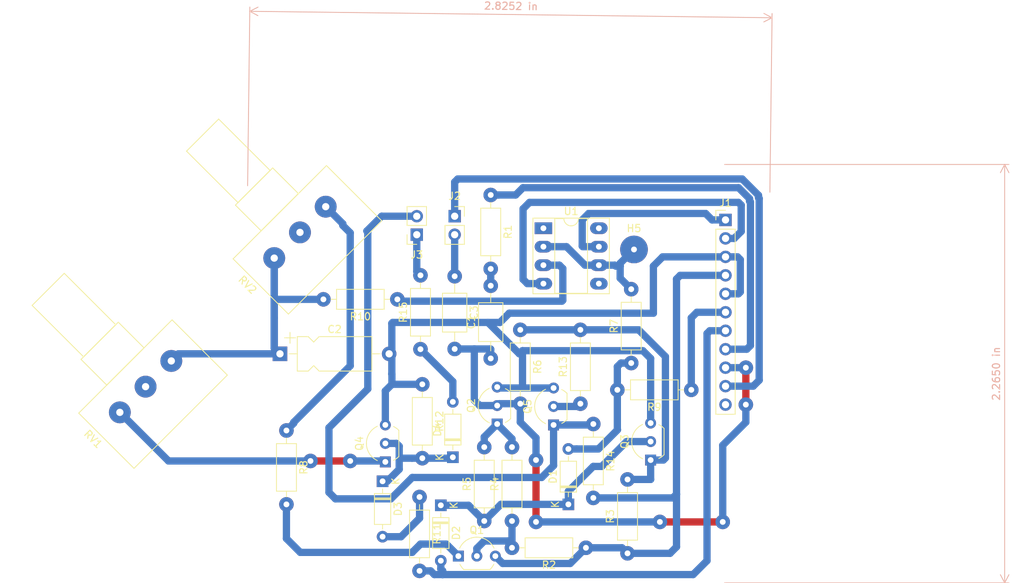
<source format=kicad_pcb>
(kicad_pcb (version 20171130) (host pcbnew "(5.1.2-1)-1")

  (general
    (thickness 1.6)
    (drawings 2)
    (tracks 234)
    (zones 0)
    (modules 34)
    (nets 29)
  )

  (page A4)
  (layers
    (0 F.Cu signal)
    (31 B.Cu signal)
    (32 B.Adhes user)
    (33 F.Adhes user)
    (34 B.Paste user)
    (35 F.Paste user)
    (36 B.SilkS user)
    (37 F.SilkS user)
    (38 B.Mask user)
    (39 F.Mask user)
    (40 Dwgs.User user)
    (41 Cmts.User user)
    (42 Eco1.User user)
    (43 Eco2.User user)
    (44 Edge.Cuts user)
    (45 Margin user)
    (46 B.CrtYd user)
    (47 F.CrtYd user)
    (48 B.Fab user)
    (49 F.Fab user)
  )

  (setup
    (last_trace_width 1)
    (user_trace_width 0.5)
    (user_trace_width 1)
    (trace_clearance 0.2)
    (zone_clearance 0.508)
    (zone_45_only no)
    (trace_min 0.2)
    (via_size 0.8)
    (via_drill 0.4)
    (via_min_size 0.4)
    (via_min_drill 0.3)
    (user_via 2 0.8)
    (uvia_size 0.3)
    (uvia_drill 0.1)
    (uvias_allowed no)
    (uvia_min_size 0.2)
    (uvia_min_drill 0.1)
    (edge_width 0.05)
    (segment_width 0.2)
    (pcb_text_width 0.3)
    (pcb_text_size 1.5 1.5)
    (mod_edge_width 0.12)
    (mod_text_size 1 1)
    (mod_text_width 0.15)
    (pad_size 3 1.7)
    (pad_drill 0.8)
    (pad_to_mask_clearance 0.051)
    (solder_mask_min_width 0.25)
    (aux_axis_origin 0 0)
    (visible_elements FFFFFF7F)
    (pcbplotparams
      (layerselection 0x010fc_ffffffff)
      (usegerberextensions false)
      (usegerberattributes false)
      (usegerberadvancedattributes false)
      (creategerberjobfile false)
      (excludeedgelayer true)
      (linewidth 0.100000)
      (plotframeref false)
      (viasonmask false)
      (mode 1)
      (useauxorigin false)
      (hpglpennumber 1)
      (hpglpenspeed 20)
      (hpglpendiameter 15.000000)
      (psnegative false)
      (psa4output false)
      (plotreference true)
      (plotvalue true)
      (plotinvisibletext false)
      (padsonsilk false)
      (subtractmaskfromsilk false)
      (outputformat 5)
      (mirror false)
      (drillshape 0)
      (scaleselection 1)
      (outputdirectory ""))
  )

  (net 0 "")
  (net 1 "Net-(C1-Pad2)")
  (net 2 "Net-(C1-Pad1)")
  (net 3 "Net-(C2-Pad1)")
  (net 4 GND)
  (net 5 "Net-(C3-Pad1)")
  (net 6 "Net-(D1-Pad1)")
  (net 7 "Net-(D1-Pad2)")
  (net 8 "Net-(D2-Pad2)")
  (net 9 "Net-(D3-Pad1)")
  (net 10 "Net-(D3-Pad2)")
  (net 11 "Net-(D4-Pad2)")
  (net 12 "Net-(H5-Pad1)")
  (net 13 "Net-(Q1-Pad1)")
  (net 14 +7.5V)
  (net 15 "Net-(Q1-Pad2)")
  (net 16 "Net-(Q2-Pad1)")
  (net 17 "Net-(Q3-Pad1)")
  (net 18 "Net-(Q4-Pad1)")
  (net 19 "Net-(Q5-Pad2)")
  (net 20 "Net-(R8-Pad1)")
  (net 21 -8V)
  (net 22 "Net-(R10-Pad1)")
  (net 23 +15V)
  (net 24 -15V)
  (net 25 "Net-(J1-Pad8)")
  (net 26 "Net-(J1-Pad10)")
  (net 27 "Net-(J3-Pad2)")
  (net 28 "Net-(J3-Pad1)")

  (net_class Default "Ceci est la Netclass par défaut."
    (clearance 0.2)
    (trace_width 0.25)
    (via_dia 0.8)
    (via_drill 0.4)
    (uvia_dia 0.3)
    (uvia_drill 0.1)
    (add_net +15V)
    (add_net +7.5V)
    (add_net -15V)
    (add_net -8V)
    (add_net GND)
    (add_net "Net-(C1-Pad1)")
    (add_net "Net-(C1-Pad2)")
    (add_net "Net-(C2-Pad1)")
    (add_net "Net-(C3-Pad1)")
    (add_net "Net-(D1-Pad1)")
    (add_net "Net-(D1-Pad2)")
    (add_net "Net-(D2-Pad2)")
    (add_net "Net-(D3-Pad1)")
    (add_net "Net-(D3-Pad2)")
    (add_net "Net-(D4-Pad2)")
    (add_net "Net-(H5-Pad1)")
    (add_net "Net-(J1-Pad10)")
    (add_net "Net-(J1-Pad8)")
    (add_net "Net-(J3-Pad1)")
    (add_net "Net-(J3-Pad2)")
    (add_net "Net-(Q1-Pad1)")
    (add_net "Net-(Q1-Pad2)")
    (add_net "Net-(Q2-Pad1)")
    (add_net "Net-(Q3-Pad1)")
    (add_net "Net-(Q4-Pad1)")
    (add_net "Net-(Q5-Pad2)")
    (add_net "Net-(R10-Pad1)")
    (add_net "Net-(R8-Pad1)")
  )

  (module Package_DIP:DIP-8_W7.62mm_Socket_LongPads (layer F.Cu) (tedit 5A02E8C5) (tstamp 6450E545)
    (at 86.487 51.689)
    (descr "8-lead though-hole mounted DIP package, row spacing 7.62 mm (300 mils), Socket, LongPads")
    (tags "THT DIP DIL PDIP 2.54mm 7.62mm 300mil Socket LongPads")
    (path /64446333)
    (fp_text reference U1 (at 3.81 -2.33) (layer F.SilkS)
      (effects (font (size 1 1) (thickness 0.15)))
    )
    (fp_text value TL071 (at 3.81 9.95) (layer F.Fab)
      (effects (font (size 1 1) (thickness 0.15)))
    )
    (fp_arc (start 3.81 -1.33) (end 2.81 -1.33) (angle -180) (layer F.SilkS) (width 0.12))
    (fp_line (start 1.635 -1.27) (end 6.985 -1.27) (layer F.Fab) (width 0.1))
    (fp_line (start 6.985 -1.27) (end 6.985 8.89) (layer F.Fab) (width 0.1))
    (fp_line (start 6.985 8.89) (end 0.635 8.89) (layer F.Fab) (width 0.1))
    (fp_line (start 0.635 8.89) (end 0.635 -0.27) (layer F.Fab) (width 0.1))
    (fp_line (start 0.635 -0.27) (end 1.635 -1.27) (layer F.Fab) (width 0.1))
    (fp_line (start -1.27 -1.33) (end -1.27 8.95) (layer F.Fab) (width 0.1))
    (fp_line (start -1.27 8.95) (end 8.89 8.95) (layer F.Fab) (width 0.1))
    (fp_line (start 8.89 8.95) (end 8.89 -1.33) (layer F.Fab) (width 0.1))
    (fp_line (start 8.89 -1.33) (end -1.27 -1.33) (layer F.Fab) (width 0.1))
    (fp_line (start 2.81 -1.33) (end 1.56 -1.33) (layer F.SilkS) (width 0.12))
    (fp_line (start 1.56 -1.33) (end 1.56 8.95) (layer F.SilkS) (width 0.12))
    (fp_line (start 1.56 8.95) (end 6.06 8.95) (layer F.SilkS) (width 0.12))
    (fp_line (start 6.06 8.95) (end 6.06 -1.33) (layer F.SilkS) (width 0.12))
    (fp_line (start 6.06 -1.33) (end 4.81 -1.33) (layer F.SilkS) (width 0.12))
    (fp_line (start -1.44 -1.39) (end -1.44 9.01) (layer F.SilkS) (width 0.12))
    (fp_line (start -1.44 9.01) (end 9.06 9.01) (layer F.SilkS) (width 0.12))
    (fp_line (start 9.06 9.01) (end 9.06 -1.39) (layer F.SilkS) (width 0.12))
    (fp_line (start 9.06 -1.39) (end -1.44 -1.39) (layer F.SilkS) (width 0.12))
    (fp_line (start -1.55 -1.6) (end -1.55 9.2) (layer F.CrtYd) (width 0.05))
    (fp_line (start -1.55 9.2) (end 9.15 9.2) (layer F.CrtYd) (width 0.05))
    (fp_line (start 9.15 9.2) (end 9.15 -1.6) (layer F.CrtYd) (width 0.05))
    (fp_line (start 9.15 -1.6) (end -1.55 -1.6) (layer F.CrtYd) (width 0.05))
    (fp_text user %R (at 3.81 3.81) (layer F.Fab)
      (effects (font (size 1 1) (thickness 0.15)))
    )
    (pad 1 thru_hole rect (at 0 0) (size 2.4 1.6) (drill 0.8) (layers *.Cu *.Mask))
    (pad 5 thru_hole oval (at 7.62 7.62) (size 2.4 1.6) (drill 0.8) (layers *.Cu *.Mask))
    (pad 2 thru_hole oval (at 0 2.54) (size 2.4 1.6) (drill 0.8) (layers *.Cu *.Mask)
      (net 12 "Net-(H5-Pad1)"))
    (pad 6 thru_hole oval (at 7.62 5.08) (size 2.4 1.6) (drill 0.8) (layers *.Cu *.Mask)
      (net 12 "Net-(H5-Pad1)"))
    (pad 3 thru_hole oval (at 0 5.08) (size 2.4 1.6) (drill 0.8) (layers *.Cu *.Mask)
      (net 22 "Net-(R10-Pad1)"))
    (pad 7 thru_hole oval (at 7.62 2.54) (size 2.4 1.6) (drill 0.8) (layers *.Cu *.Mask)
      (net 23 +15V))
    (pad 4 thru_hole oval (at 0 7.62) (size 2.4 1.6) (drill 0.8) (layers *.Cu *.Mask)
      (net 24 -15V))
    (pad 8 thru_hole oval (at 7.62 0) (size 2.4 1.6) (drill 0.8) (layers *.Cu *.Mask))
    (model ${KISYS3DMOD}/Package_DIP.3dshapes/DIP-8_W7.62mm_Socket.wrl
      (at (xyz 0 0 0))
      (scale (xyz 1 1 1))
      (rotate (xyz 0 0 0))
    )
  )

  (module Capacitor_THT:C_Axial_L5.1mm_D3.1mm_P10.00mm_Horizontal (layer F.Cu) (tedit 644FC52F) (tstamp 6450E1ED)
    (at 79.248 69.596 90)
    (descr "C, Axial series, Axial, Horizontal, pin pitch=10mm, , length*diameter=5.1*3.1mm^2, http://www.vishay.com/docs/45231/arseries.pdf")
    (tags "C Axial series Axial Horizontal pin pitch 10mm  length 5.1mm diameter 3.1mm")
    (path /6443BA56)
    (fp_text reference C1 (at 5 -2.67 90) (layer F.SilkS)
      (effects (font (size 1 1) (thickness 0.15)))
    )
    (fp_text value C (at 5 2.67 90) (layer F.Fab)
      (effects (font (size 1 1) (thickness 0.15)))
    )
    (fp_text user %R (at 5 0 90) (layer F.Fab)
      (effects (font (size 1 1) (thickness 0.15)))
    )
    (fp_line (start 11.05 -1.8) (end -1.05 -1.8) (layer F.CrtYd) (width 0.05))
    (fp_line (start 11.05 1.8) (end 11.05 -1.8) (layer F.CrtYd) (width 0.05))
    (fp_line (start -1.05 1.8) (end 11.05 1.8) (layer F.CrtYd) (width 0.05))
    (fp_line (start -1.05 -1.8) (end -1.05 1.8) (layer F.CrtYd) (width 0.05))
    (fp_line (start 8.96 0) (end 7.67 0) (layer F.SilkS) (width 0.12))
    (fp_line (start 1.04 0) (end 2.33 0) (layer F.SilkS) (width 0.12))
    (fp_line (start 7.67 -1.67) (end 2.33 -1.67) (layer F.SilkS) (width 0.12))
    (fp_line (start 7.67 1.67) (end 7.67 -1.67) (layer F.SilkS) (width 0.12))
    (fp_line (start 2.33 1.67) (end 7.67 1.67) (layer F.SilkS) (width 0.12))
    (fp_line (start 2.33 -1.67) (end 2.33 1.67) (layer F.SilkS) (width 0.12))
    (fp_line (start 10 0) (end 7.55 0) (layer F.Fab) (width 0.1))
    (fp_line (start 0 0) (end 2.45 0) (layer F.Fab) (width 0.1))
    (fp_line (start 7.55 -1.55) (end 2.45 -1.55) (layer F.Fab) (width 0.1))
    (fp_line (start 7.55 1.55) (end 7.55 -1.55) (layer F.Fab) (width 0.1))
    (fp_line (start 2.45 1.55) (end 7.55 1.55) (layer F.Fab) (width 0.1))
    (fp_line (start 2.45 -1.55) (end 2.45 1.55) (layer F.Fab) (width 0.1))
    (pad 2 thru_hole oval (at 10 0 90) (size 2 2) (drill 0.8) (layers *.Cu *.Mask)
      (net 1 "Net-(C1-Pad2)"))
    (pad 1 thru_hole circle (at 0 0 90) (size 2 2) (drill 0.8) (layers *.Cu *.Mask)
      (net 2 "Net-(C1-Pad1)"))
    (model ${KISYS3DMOD}/Capacitor_THT.3dshapes/C_Axial_L5.1mm_D3.1mm_P10.00mm_Horizontal.wrl
      (at (xyz 0 0 0))
      (scale (xyz 1 1 1))
      (rotate (xyz 0 0 0))
    )
  )

  (module Resistor_THT:R_Axial_DIN0207_L6.3mm_D2.5mm_P10.16mm_Horizontal (layer F.Cu) (tedit 643E4CF4) (tstamp 6450E3A5)
    (at 78.359 91.948 90)
    (descr "Resistor, Axial_DIN0207 series, Axial, Horizontal, pin pitch=10.16mm, 0.25W = 1/4W, length*diameter=6.3*2.5mm^2, http://cdn-reichelt.de/documents/datenblatt/B400/1_4W%23YAG.pdf")
    (tags "Resistor Axial_DIN0207 series Axial Horizontal pin pitch 10.16mm 0.25W = 1/4W length 6.3mm diameter 2.5mm")
    (path /64451850)
    (fp_text reference R5 (at 5.08 -2.37 90) (layer F.SilkS)
      (effects (font (size 1 1) (thickness 0.15)))
    )
    (fp_text value R_US (at 5.08 2.37 90) (layer F.Fab)
      (effects (font (size 1 1) (thickness 0.15)))
    )
    (fp_line (start 1.93 -1.25) (end 1.93 1.25) (layer F.Fab) (width 0.1))
    (fp_line (start 1.93 1.25) (end 8.23 1.25) (layer F.Fab) (width 0.1))
    (fp_line (start 8.23 1.25) (end 8.23 -1.25) (layer F.Fab) (width 0.1))
    (fp_line (start 8.23 -1.25) (end 1.93 -1.25) (layer F.Fab) (width 0.1))
    (fp_line (start 0 0) (end 1.93 0) (layer F.Fab) (width 0.1))
    (fp_line (start 10.16 0) (end 8.23 0) (layer F.Fab) (width 0.1))
    (fp_line (start 1.81 -1.37) (end 1.81 1.37) (layer F.SilkS) (width 0.12))
    (fp_line (start 1.81 1.37) (end 8.35 1.37) (layer F.SilkS) (width 0.12))
    (fp_line (start 8.35 1.37) (end 8.35 -1.37) (layer F.SilkS) (width 0.12))
    (fp_line (start 8.35 -1.37) (end 1.81 -1.37) (layer F.SilkS) (width 0.12))
    (fp_line (start 1.04 0) (end 1.81 0) (layer F.SilkS) (width 0.12))
    (fp_line (start 9.12 0) (end 8.35 0) (layer F.SilkS) (width 0.12))
    (fp_line (start -1.05 -1.5) (end -1.05 1.5) (layer F.CrtYd) (width 0.05))
    (fp_line (start -1.05 1.5) (end 11.21 1.5) (layer F.CrtYd) (width 0.05))
    (fp_line (start 11.21 1.5) (end 11.21 -1.5) (layer F.CrtYd) (width 0.05))
    (fp_line (start 11.21 -1.5) (end -1.05 -1.5) (layer F.CrtYd) (width 0.05))
    (fp_text user %R (at 5.08 0 90) (layer F.Fab)
      (effects (font (size 1 1) (thickness 0.15)))
    )
    (pad 1 thru_hole circle (at 0 0 90) (size 2 2) (drill 0.8) (layers *.Cu *.Mask)
      (net 6 "Net-(D1-Pad1)"))
    (pad 2 thru_hole oval (at 10.16 0 90) (size 2 2) (drill 0.8) (layers *.Cu *.Mask)
      (net 16 "Net-(Q2-Pad1)"))
    (model ${KISYS3DMOD}/Resistor_THT.3dshapes/R_Axial_DIN0207_L6.3mm_D2.5mm_P10.16mm_Horizontal.wrl
      (at (xyz 0 0 0))
      (scale (xyz 1 1 1))
      (rotate (xyz 0 0 0))
    )
  )

  (module Resistor_THT:R_Axial_DIN0207_L6.3mm_D2.5mm_P10.16mm_Horizontal (layer F.Cu) (tedit 643E4CF4) (tstamp 6450E474)
    (at 93.345 78.613 270)
    (descr "Resistor, Axial_DIN0207 series, Axial, Horizontal, pin pitch=10.16mm, 0.25W = 1/4W, length*diameter=6.3*2.5mm^2, http://cdn-reichelt.de/documents/datenblatt/B400/1_4W%23YAG.pdf")
    (tags "Resistor Axial_DIN0207 series Axial Horizontal pin pitch 10.16mm 0.25W = 1/4W length 6.3mm diameter 2.5mm")
    (path /6445A7D0)
    (fp_text reference R14 (at 5.08 -2.37 90) (layer F.SilkS)
      (effects (font (size 1 1) (thickness 0.15)))
    )
    (fp_text value R_US (at 5.08 2.37 90) (layer F.Fab)
      (effects (font (size 1 1) (thickness 0.15)))
    )
    (fp_line (start 1.93 -1.25) (end 1.93 1.25) (layer F.Fab) (width 0.1))
    (fp_line (start 1.93 1.25) (end 8.23 1.25) (layer F.Fab) (width 0.1))
    (fp_line (start 8.23 1.25) (end 8.23 -1.25) (layer F.Fab) (width 0.1))
    (fp_line (start 8.23 -1.25) (end 1.93 -1.25) (layer F.Fab) (width 0.1))
    (fp_line (start 0 0) (end 1.93 0) (layer F.Fab) (width 0.1))
    (fp_line (start 10.16 0) (end 8.23 0) (layer F.Fab) (width 0.1))
    (fp_line (start 1.81 -1.37) (end 1.81 1.37) (layer F.SilkS) (width 0.12))
    (fp_line (start 1.81 1.37) (end 8.35 1.37) (layer F.SilkS) (width 0.12))
    (fp_line (start 8.35 1.37) (end 8.35 -1.37) (layer F.SilkS) (width 0.12))
    (fp_line (start 8.35 -1.37) (end 1.81 -1.37) (layer F.SilkS) (width 0.12))
    (fp_line (start 1.04 0) (end 1.81 0) (layer F.SilkS) (width 0.12))
    (fp_line (start 9.12 0) (end 8.35 0) (layer F.SilkS) (width 0.12))
    (fp_line (start -1.05 -1.5) (end -1.05 1.5) (layer F.CrtYd) (width 0.05))
    (fp_line (start -1.05 1.5) (end 11.21 1.5) (layer F.CrtYd) (width 0.05))
    (fp_line (start 11.21 1.5) (end 11.21 -1.5) (layer F.CrtYd) (width 0.05))
    (fp_line (start 11.21 -1.5) (end -1.05 -1.5) (layer F.CrtYd) (width 0.05))
    (fp_text user %R (at 5.08 0 90) (layer F.Fab)
      (effects (font (size 1 1) (thickness 0.15)))
    )
    (pad 1 thru_hole circle (at 0 0 270) (size 2 2) (drill 0.8) (layers *.Cu *.Mask)
      (net 27 "Net-(J3-Pad2)"))
    (pad 2 thru_hole oval (at 10.16 0 270) (size 2 2) (drill 0.8) (layers *.Cu *.Mask)
      (net 14 +7.5V))
    (model ${KISYS3DMOD}/Resistor_THT.3dshapes/R_Axial_DIN0207_L6.3mm_D2.5mm_P10.16mm_Horizontal.wrl
      (at (xyz 0 0 0))
      (scale (xyz 1 1 1))
      (rotate (xyz 0 0 0))
    )
  )

  (module Resistor_THT:R_Axial_DIN0207_L6.3mm_D2.5mm_P10.16mm_Horizontal (layer F.Cu) (tedit 643E4CF4) (tstamp 6450E45D)
    (at 91.567 75.819 90)
    (descr "Resistor, Axial_DIN0207 series, Axial, Horizontal, pin pitch=10.16mm, 0.25W = 1/4W, length*diameter=6.3*2.5mm^2, http://cdn-reichelt.de/documents/datenblatt/B400/1_4W%23YAG.pdf")
    (tags "Resistor Axial_DIN0207 series Axial Horizontal pin pitch 10.16mm 0.25W = 1/4W length 6.3mm diameter 2.5mm")
    (path /6445BB52)
    (fp_text reference R13 (at 5.08 -2.37 90) (layer F.SilkS)
      (effects (font (size 1 1) (thickness 0.15)))
    )
    (fp_text value R_US (at 5.08 2.37 90) (layer F.Fab)
      (effects (font (size 1 1) (thickness 0.15)))
    )
    (fp_text user %R (at 5.08 0 90) (layer F.Fab)
      (effects (font (size 1 1) (thickness 0.15)))
    )
    (fp_line (start 11.21 -1.5) (end -1.05 -1.5) (layer F.CrtYd) (width 0.05))
    (fp_line (start 11.21 1.5) (end 11.21 -1.5) (layer F.CrtYd) (width 0.05))
    (fp_line (start -1.05 1.5) (end 11.21 1.5) (layer F.CrtYd) (width 0.05))
    (fp_line (start -1.05 -1.5) (end -1.05 1.5) (layer F.CrtYd) (width 0.05))
    (fp_line (start 9.12 0) (end 8.35 0) (layer F.SilkS) (width 0.12))
    (fp_line (start 1.04 0) (end 1.81 0) (layer F.SilkS) (width 0.12))
    (fp_line (start 8.35 -1.37) (end 1.81 -1.37) (layer F.SilkS) (width 0.12))
    (fp_line (start 8.35 1.37) (end 8.35 -1.37) (layer F.SilkS) (width 0.12))
    (fp_line (start 1.81 1.37) (end 8.35 1.37) (layer F.SilkS) (width 0.12))
    (fp_line (start 1.81 -1.37) (end 1.81 1.37) (layer F.SilkS) (width 0.12))
    (fp_line (start 10.16 0) (end 8.23 0) (layer F.Fab) (width 0.1))
    (fp_line (start 0 0) (end 1.93 0) (layer F.Fab) (width 0.1))
    (fp_line (start 8.23 -1.25) (end 1.93 -1.25) (layer F.Fab) (width 0.1))
    (fp_line (start 8.23 1.25) (end 8.23 -1.25) (layer F.Fab) (width 0.1))
    (fp_line (start 1.93 1.25) (end 8.23 1.25) (layer F.Fab) (width 0.1))
    (fp_line (start 1.93 -1.25) (end 1.93 1.25) (layer F.Fab) (width 0.1))
    (pad 2 thru_hole oval (at 10.16 0 90) (size 2 2) (drill 0.8) (layers *.Cu *.Mask)
      (net 17 "Net-(Q3-Pad1)"))
    (pad 1 thru_hole circle (at 0 0 90) (size 2 2) (drill 0.8) (layers *.Cu *.Mask)
      (net 19 "Net-(Q5-Pad2)"))
    (model ${KISYS3DMOD}/Resistor_THT.3dshapes/R_Axial_DIN0207_L6.3mm_D2.5mm_P10.16mm_Horizontal.wrl
      (at (xyz 0 0 0))
      (scale (xyz 1 1 1))
      (rotate (xyz 0 0 0))
    )
  )

  (module Connector_PinSocket_2.54mm:PinSocket_1x02_P2.54mm_Vertical (layer F.Cu) (tedit 5A19A420) (tstamp 6450FD14)
    (at 69.088 52.578 180)
    (descr "Through hole straight socket strip, 1x02, 2.54mm pitch, single row (from Kicad 4.0.7), script generated")
    (tags "Through hole socket strip THT 1x02 2.54mm single row")
    (path /6457CCBE)
    (fp_text reference J3 (at 0 -2.77) (layer F.SilkS)
      (effects (font (size 1 1) (thickness 0.15)))
    )
    (fp_text value Conn_01x02_MountingPin (at 0 5.31) (layer F.Fab)
      (effects (font (size 1 1) (thickness 0.15)))
    )
    (fp_text user %R (at 0 1.27 90) (layer F.Fab)
      (effects (font (size 1 1) (thickness 0.15)))
    )
    (fp_line (start -1.8 4.3) (end -1.8 -1.8) (layer F.CrtYd) (width 0.05))
    (fp_line (start 1.75 4.3) (end -1.8 4.3) (layer F.CrtYd) (width 0.05))
    (fp_line (start 1.75 -1.8) (end 1.75 4.3) (layer F.CrtYd) (width 0.05))
    (fp_line (start -1.8 -1.8) (end 1.75 -1.8) (layer F.CrtYd) (width 0.05))
    (fp_line (start 0 -1.33) (end 1.33 -1.33) (layer F.SilkS) (width 0.12))
    (fp_line (start 1.33 -1.33) (end 1.33 0) (layer F.SilkS) (width 0.12))
    (fp_line (start 1.33 1.27) (end 1.33 3.87) (layer F.SilkS) (width 0.12))
    (fp_line (start -1.33 3.87) (end 1.33 3.87) (layer F.SilkS) (width 0.12))
    (fp_line (start -1.33 1.27) (end -1.33 3.87) (layer F.SilkS) (width 0.12))
    (fp_line (start -1.33 1.27) (end 1.33 1.27) (layer F.SilkS) (width 0.12))
    (fp_line (start -1.27 3.81) (end -1.27 -1.27) (layer F.Fab) (width 0.1))
    (fp_line (start 1.27 3.81) (end -1.27 3.81) (layer F.Fab) (width 0.1))
    (fp_line (start 1.27 -0.635) (end 1.27 3.81) (layer F.Fab) (width 0.1))
    (fp_line (start 0.635 -1.27) (end 1.27 -0.635) (layer F.Fab) (width 0.1))
    (fp_line (start -1.27 -1.27) (end 0.635 -1.27) (layer F.Fab) (width 0.1))
    (pad 2 thru_hole oval (at 0 2.54 180) (size 1.7 1.7) (drill 1) (layers *.Cu *.Mask)
      (net 27 "Net-(J3-Pad2)"))
    (pad 1 thru_hole rect (at 0 0 180) (size 1.7 1.7) (drill 1) (layers *.Cu *.Mask)
      (net 28 "Net-(J3-Pad1)"))
    (model ${KISYS3DMOD}/Connector_PinSocket_2.54mm.3dshapes/PinSocket_1x02_P2.54mm_Vertical.wrl
      (at (xyz 0 0 0))
      (scale (xyz 1 1 1))
      (rotate (xyz 0 0 0))
    )
  )

  (module Resistor_THT:R_Axial_DIN0207_L6.3mm_D2.5mm_P10.16mm_Horizontal (layer F.Cu) (tedit 643E4CF4) (tstamp 6450E48B)
    (at 69.596 68.326 90)
    (descr "Resistor, Axial_DIN0207 series, Axial, Horizontal, pin pitch=10.16mm, 0.25W = 1/4W, length*diameter=6.3*2.5mm^2, http://cdn-reichelt.de/documents/datenblatt/B400/1_4W%23YAG.pdf")
    (tags "Resistor Axial_DIN0207 series Axial Horizontal pin pitch 10.16mm 0.25W = 1/4W length 6.3mm diameter 2.5mm")
    (path /64459419)
    (fp_text reference R15 (at 5.08 -2.37 90) (layer F.SilkS)
      (effects (font (size 1 1) (thickness 0.15)))
    )
    (fp_text value R_US (at 5.08 2.37 90) (layer F.Fab)
      (effects (font (size 1 1) (thickness 0.15)))
    )
    (fp_text user %R (at 5.08 0 90) (layer F.Fab)
      (effects (font (size 1 1) (thickness 0.15)))
    )
    (fp_line (start 11.21 -1.5) (end -1.05 -1.5) (layer F.CrtYd) (width 0.05))
    (fp_line (start 11.21 1.5) (end 11.21 -1.5) (layer F.CrtYd) (width 0.05))
    (fp_line (start -1.05 1.5) (end 11.21 1.5) (layer F.CrtYd) (width 0.05))
    (fp_line (start -1.05 -1.5) (end -1.05 1.5) (layer F.CrtYd) (width 0.05))
    (fp_line (start 9.12 0) (end 8.35 0) (layer F.SilkS) (width 0.12))
    (fp_line (start 1.04 0) (end 1.81 0) (layer F.SilkS) (width 0.12))
    (fp_line (start 8.35 -1.37) (end 1.81 -1.37) (layer F.SilkS) (width 0.12))
    (fp_line (start 8.35 1.37) (end 8.35 -1.37) (layer F.SilkS) (width 0.12))
    (fp_line (start 1.81 1.37) (end 8.35 1.37) (layer F.SilkS) (width 0.12))
    (fp_line (start 1.81 -1.37) (end 1.81 1.37) (layer F.SilkS) (width 0.12))
    (fp_line (start 10.16 0) (end 8.23 0) (layer F.Fab) (width 0.1))
    (fp_line (start 0 0) (end 1.93 0) (layer F.Fab) (width 0.1))
    (fp_line (start 8.23 -1.25) (end 1.93 -1.25) (layer F.Fab) (width 0.1))
    (fp_line (start 8.23 1.25) (end 8.23 -1.25) (layer F.Fab) (width 0.1))
    (fp_line (start 1.93 1.25) (end 8.23 1.25) (layer F.Fab) (width 0.1))
    (fp_line (start 1.93 -1.25) (end 1.93 1.25) (layer F.Fab) (width 0.1))
    (pad 2 thru_hole oval (at 10.16 0 90) (size 2 2) (drill 0.8) (layers *.Cu *.Mask)
      (net 28 "Net-(J3-Pad1)"))
    (pad 1 thru_hole circle (at 0 0 90) (size 2 2) (drill 0.8) (layers *.Cu *.Mask)
      (net 11 "Net-(D4-Pad2)"))
    (model ${KISYS3DMOD}/Resistor_THT.3dshapes/R_Axial_DIN0207_L6.3mm_D2.5mm_P10.16mm_Horizontal.wrl
      (at (xyz 0 0 0))
      (scale (xyz 1 1 1))
      (rotate (xyz 0 0 0))
    )
  )

  (module Resistor_THT:R_Axial_DIN0207_L6.3mm_D2.5mm_P10.16mm_Horizontal (layer F.Cu) (tedit 643E4CF4) (tstamp 6450E377)
    (at 98.044 96.393 90)
    (descr "Resistor, Axial_DIN0207 series, Axial, Horizontal, pin pitch=10.16mm, 0.25W = 1/4W, length*diameter=6.3*2.5mm^2, http://cdn-reichelt.de/documents/datenblatt/B400/1_4W%23YAG.pdf")
    (tags "Resistor Axial_DIN0207 series Axial Horizontal pin pitch 10.16mm 0.25W = 1/4W length 6.3mm diameter 2.5mm")
    (path /6444FA85)
    (fp_text reference R3 (at 5.08 -2.37 90) (layer F.SilkS)
      (effects (font (size 1 1) (thickness 0.15)))
    )
    (fp_text value R_US (at 5.08 2.37 90) (layer F.Fab)
      (effects (font (size 1 1) (thickness 0.15)))
    )
    (fp_text user %R (at 5.08 0 90) (layer F.Fab)
      (effects (font (size 1 1) (thickness 0.15)))
    )
    (fp_line (start 11.21 -1.5) (end -1.05 -1.5) (layer F.CrtYd) (width 0.05))
    (fp_line (start 11.21 1.5) (end 11.21 -1.5) (layer F.CrtYd) (width 0.05))
    (fp_line (start -1.05 1.5) (end 11.21 1.5) (layer F.CrtYd) (width 0.05))
    (fp_line (start -1.05 -1.5) (end -1.05 1.5) (layer F.CrtYd) (width 0.05))
    (fp_line (start 9.12 0) (end 8.35 0) (layer F.SilkS) (width 0.12))
    (fp_line (start 1.04 0) (end 1.81 0) (layer F.SilkS) (width 0.12))
    (fp_line (start 8.35 -1.37) (end 1.81 -1.37) (layer F.SilkS) (width 0.12))
    (fp_line (start 8.35 1.37) (end 8.35 -1.37) (layer F.SilkS) (width 0.12))
    (fp_line (start 1.81 1.37) (end 8.35 1.37) (layer F.SilkS) (width 0.12))
    (fp_line (start 1.81 -1.37) (end 1.81 1.37) (layer F.SilkS) (width 0.12))
    (fp_line (start 10.16 0) (end 8.23 0) (layer F.Fab) (width 0.1))
    (fp_line (start 0 0) (end 1.93 0) (layer F.Fab) (width 0.1))
    (fp_line (start 8.23 -1.25) (end 1.93 -1.25) (layer F.Fab) (width 0.1))
    (fp_line (start 8.23 1.25) (end 8.23 -1.25) (layer F.Fab) (width 0.1))
    (fp_line (start 1.93 1.25) (end 8.23 1.25) (layer F.Fab) (width 0.1))
    (fp_line (start 1.93 -1.25) (end 1.93 1.25) (layer F.Fab) (width 0.1))
    (pad 2 thru_hole oval (at 10.16 0 90) (size 2 2) (drill 0.8) (layers *.Cu *.Mask)
      (net 17 "Net-(Q3-Pad1)"))
    (pad 1 thru_hole circle (at 0 0 90) (size 2 2) (drill 0.8) (layers *.Cu *.Mask)
      (net 14 +7.5V))
    (model ${KISYS3DMOD}/Resistor_THT.3dshapes/R_Axial_DIN0207_L6.3mm_D2.5mm_P10.16mm_Horizontal.wrl
      (at (xyz 0 0 0))
      (scale (xyz 1 1 1))
      (rotate (xyz 0 0 0))
    )
  )

  (module Resistor_THT:R_Axial_DIN0207_L6.3mm_D2.5mm_P10.16mm_Horizontal (layer F.Cu) (tedit 643E4CF4) (tstamp 6450E38E)
    (at 82.169 91.948 90)
    (descr "Resistor, Axial_DIN0207 series, Axial, Horizontal, pin pitch=10.16mm, 0.25W = 1/4W, length*diameter=6.3*2.5mm^2, http://cdn-reichelt.de/documents/datenblatt/B400/1_4W%23YAG.pdf")
    (tags "Resistor Axial_DIN0207 series Axial Horizontal pin pitch 10.16mm 0.25W = 1/4W length 6.3mm diameter 2.5mm")
    (path /6444E907)
    (fp_text reference R4 (at 5.08 -2.37 90) (layer F.SilkS)
      (effects (font (size 1 1) (thickness 0.15)))
    )
    (fp_text value R_US (at 5.08 2.37 90) (layer F.Fab)
      (effects (font (size 1 1) (thickness 0.15)))
    )
    (fp_text user %R (at 5.08 0 90) (layer F.Fab)
      (effects (font (size 1 1) (thickness 0.15)))
    )
    (fp_line (start 11.21 -1.5) (end -1.05 -1.5) (layer F.CrtYd) (width 0.05))
    (fp_line (start 11.21 1.5) (end 11.21 -1.5) (layer F.CrtYd) (width 0.05))
    (fp_line (start -1.05 1.5) (end 11.21 1.5) (layer F.CrtYd) (width 0.05))
    (fp_line (start -1.05 -1.5) (end -1.05 1.5) (layer F.CrtYd) (width 0.05))
    (fp_line (start 9.12 0) (end 8.35 0) (layer F.SilkS) (width 0.12))
    (fp_line (start 1.04 0) (end 1.81 0) (layer F.SilkS) (width 0.12))
    (fp_line (start 8.35 -1.37) (end 1.81 -1.37) (layer F.SilkS) (width 0.12))
    (fp_line (start 8.35 1.37) (end 8.35 -1.37) (layer F.SilkS) (width 0.12))
    (fp_line (start 1.81 1.37) (end 8.35 1.37) (layer F.SilkS) (width 0.12))
    (fp_line (start 1.81 -1.37) (end 1.81 1.37) (layer F.SilkS) (width 0.12))
    (fp_line (start 10.16 0) (end 8.23 0) (layer F.Fab) (width 0.1))
    (fp_line (start 0 0) (end 1.93 0) (layer F.Fab) (width 0.1))
    (fp_line (start 8.23 -1.25) (end 1.93 -1.25) (layer F.Fab) (width 0.1))
    (fp_line (start 8.23 1.25) (end 8.23 -1.25) (layer F.Fab) (width 0.1))
    (fp_line (start 1.93 1.25) (end 8.23 1.25) (layer F.Fab) (width 0.1))
    (fp_line (start 1.93 -1.25) (end 1.93 1.25) (layer F.Fab) (width 0.1))
    (pad 2 thru_hole oval (at 10.16 0 90) (size 2 2) (drill 0.8) (layers *.Cu *.Mask)
      (net 16 "Net-(Q2-Pad1)"))
    (pad 1 thru_hole circle (at 0 0 90) (size 2 2) (drill 0.8) (layers *.Cu *.Mask)
      (net 15 "Net-(Q1-Pad2)"))
    (model ${KISYS3DMOD}/Resistor_THT.3dshapes/R_Axial_DIN0207_L6.3mm_D2.5mm_P10.16mm_Horizontal.wrl
      (at (xyz 0 0 0))
      (scale (xyz 1 1 1))
      (rotate (xyz 0 0 0))
    )
  )

  (module Connector_PinSocket_2.54mm:PinSocket_1x02_P2.54mm_Vertical (layer F.Cu) (tedit 5A19A420) (tstamp 6450FCFE)
    (at 74.295 50.038)
    (descr "Through hole straight socket strip, 1x02, 2.54mm pitch, single row (from Kicad 4.0.7), script generated")
    (tags "Through hole socket strip THT 1x02 2.54mm single row")
    (path /645729E1)
    (fp_text reference J2 (at 0 -2.77) (layer F.SilkS)
      (effects (font (size 1 1) (thickness 0.15)))
    )
    (fp_text value Conn_01x02_MountingPin (at 0 5.31) (layer F.Fab)
      (effects (font (size 1 1) (thickness 0.15)))
    )
    (fp_line (start -1.27 -1.27) (end 0.635 -1.27) (layer F.Fab) (width 0.1))
    (fp_line (start 0.635 -1.27) (end 1.27 -0.635) (layer F.Fab) (width 0.1))
    (fp_line (start 1.27 -0.635) (end 1.27 3.81) (layer F.Fab) (width 0.1))
    (fp_line (start 1.27 3.81) (end -1.27 3.81) (layer F.Fab) (width 0.1))
    (fp_line (start -1.27 3.81) (end -1.27 -1.27) (layer F.Fab) (width 0.1))
    (fp_line (start -1.33 1.27) (end 1.33 1.27) (layer F.SilkS) (width 0.12))
    (fp_line (start -1.33 1.27) (end -1.33 3.87) (layer F.SilkS) (width 0.12))
    (fp_line (start -1.33 3.87) (end 1.33 3.87) (layer F.SilkS) (width 0.12))
    (fp_line (start 1.33 1.27) (end 1.33 3.87) (layer F.SilkS) (width 0.12))
    (fp_line (start 1.33 -1.33) (end 1.33 0) (layer F.SilkS) (width 0.12))
    (fp_line (start 0 -1.33) (end 1.33 -1.33) (layer F.SilkS) (width 0.12))
    (fp_line (start -1.8 -1.8) (end 1.75 -1.8) (layer F.CrtYd) (width 0.05))
    (fp_line (start 1.75 -1.8) (end 1.75 4.3) (layer F.CrtYd) (width 0.05))
    (fp_line (start 1.75 4.3) (end -1.8 4.3) (layer F.CrtYd) (width 0.05))
    (fp_line (start -1.8 4.3) (end -1.8 -1.8) (layer F.CrtYd) (width 0.05))
    (fp_text user %R (at 0 1.27 90) (layer F.Fab)
      (effects (font (size 1 1) (thickness 0.15)))
    )
    (pad 1 thru_hole rect (at 0 0) (size 1.7 1.7) (drill 1) (layers *.Cu *.Mask)
      (net 26 "Net-(J1-Pad10)"))
    (pad 2 thru_hole oval (at 0 2.54) (size 1.7 1.7) (drill 1) (layers *.Cu *.Mask)
      (net 5 "Net-(C3-Pad1)"))
    (model ${KISYS3DMOD}/Connector_PinSocket_2.54mm.3dshapes/PinSocket_1x02_P2.54mm_Vertical.wrl
      (at (xyz 0 0 0))
      (scale (xyz 1 1 1))
      (rotate (xyz 0 0 0))
    )
  )

  (module Resistor_THT:R_Axial_DIN0207_L6.3mm_D2.5mm_P10.16mm_Horizontal (layer F.Cu) (tedit 643E4CF4) (tstamp 6450E418)
    (at 66.421 61.468 180)
    (descr "Resistor, Axial_DIN0207 series, Axial, Horizontal, pin pitch=10.16mm, 0.25W = 1/4W, length*diameter=6.3*2.5mm^2, http://cdn-reichelt.de/documents/datenblatt/B400/1_4W%23YAG.pdf")
    (tags "Resistor Axial_DIN0207 series Axial Horizontal pin pitch 10.16mm 0.25W = 1/4W length 6.3mm diameter 2.5mm")
    (path /6446F50D)
    (fp_text reference R10 (at 5.08 -2.37) (layer F.SilkS)
      (effects (font (size 1 1) (thickness 0.15)))
    )
    (fp_text value R_US (at 5.08 2.37) (layer F.Fab)
      (effects (font (size 1 1) (thickness 0.15)))
    )
    (fp_text user %R (at 5.08 0) (layer F.Fab)
      (effects (font (size 1 1) (thickness 0.15)))
    )
    (fp_line (start 11.21 -1.5) (end -1.05 -1.5) (layer F.CrtYd) (width 0.05))
    (fp_line (start 11.21 1.5) (end 11.21 -1.5) (layer F.CrtYd) (width 0.05))
    (fp_line (start -1.05 1.5) (end 11.21 1.5) (layer F.CrtYd) (width 0.05))
    (fp_line (start -1.05 -1.5) (end -1.05 1.5) (layer F.CrtYd) (width 0.05))
    (fp_line (start 9.12 0) (end 8.35 0) (layer F.SilkS) (width 0.12))
    (fp_line (start 1.04 0) (end 1.81 0) (layer F.SilkS) (width 0.12))
    (fp_line (start 8.35 -1.37) (end 1.81 -1.37) (layer F.SilkS) (width 0.12))
    (fp_line (start 8.35 1.37) (end 8.35 -1.37) (layer F.SilkS) (width 0.12))
    (fp_line (start 1.81 1.37) (end 8.35 1.37) (layer F.SilkS) (width 0.12))
    (fp_line (start 1.81 -1.37) (end 1.81 1.37) (layer F.SilkS) (width 0.12))
    (fp_line (start 10.16 0) (end 8.23 0) (layer F.Fab) (width 0.1))
    (fp_line (start 0 0) (end 1.93 0) (layer F.Fab) (width 0.1))
    (fp_line (start 8.23 -1.25) (end 1.93 -1.25) (layer F.Fab) (width 0.1))
    (fp_line (start 8.23 1.25) (end 8.23 -1.25) (layer F.Fab) (width 0.1))
    (fp_line (start 1.93 1.25) (end 8.23 1.25) (layer F.Fab) (width 0.1))
    (fp_line (start 1.93 -1.25) (end 1.93 1.25) (layer F.Fab) (width 0.1))
    (pad 2 thru_hole oval (at 10.16 0 180) (size 2 2) (drill 0.8) (layers *.Cu *.Mask)
      (net 3 "Net-(C2-Pad1)"))
    (pad 1 thru_hole circle (at 0 0 180) (size 2 2) (drill 0.8) (layers *.Cu *.Mask)
      (net 22 "Net-(R10-Pad1)"))
    (model ${KISYS3DMOD}/Resistor_THT.3dshapes/R_Axial_DIN0207_L6.3mm_D2.5mm_P10.16mm_Horizontal.wrl
      (at (xyz 0 0 0))
      (scale (xyz 1 1 1))
      (rotate (xyz 0 0 0))
    )
  )

  (module Resistor_THT:R_Axial_DIN0207_L6.3mm_D2.5mm_P10.16mm_Horizontal (layer F.Cu) (tedit 643E4CF4) (tstamp 6450E446)
    (at 69.85 73.152 270)
    (descr "Resistor, Axial_DIN0207 series, Axial, Horizontal, pin pitch=10.16mm, 0.25W = 1/4W, length*diameter=6.3*2.5mm^2, http://cdn-reichelt.de/documents/datenblatt/B400/1_4W%23YAG.pdf")
    (tags "Resistor Axial_DIN0207 series Axial Horizontal pin pitch 10.16mm 0.25W = 1/4W length 6.3mm diameter 2.5mm")
    (path /6445D201)
    (fp_text reference R12 (at 5.08 -2.37 90) (layer F.SilkS)
      (effects (font (size 1 1) (thickness 0.15)))
    )
    (fp_text value R_US (at 5.08 2.37 90) (layer F.Fab)
      (effects (font (size 1 1) (thickness 0.15)))
    )
    (fp_line (start 1.93 -1.25) (end 1.93 1.25) (layer F.Fab) (width 0.1))
    (fp_line (start 1.93 1.25) (end 8.23 1.25) (layer F.Fab) (width 0.1))
    (fp_line (start 8.23 1.25) (end 8.23 -1.25) (layer F.Fab) (width 0.1))
    (fp_line (start 8.23 -1.25) (end 1.93 -1.25) (layer F.Fab) (width 0.1))
    (fp_line (start 0 0) (end 1.93 0) (layer F.Fab) (width 0.1))
    (fp_line (start 10.16 0) (end 8.23 0) (layer F.Fab) (width 0.1))
    (fp_line (start 1.81 -1.37) (end 1.81 1.37) (layer F.SilkS) (width 0.12))
    (fp_line (start 1.81 1.37) (end 8.35 1.37) (layer F.SilkS) (width 0.12))
    (fp_line (start 8.35 1.37) (end 8.35 -1.37) (layer F.SilkS) (width 0.12))
    (fp_line (start 8.35 -1.37) (end 1.81 -1.37) (layer F.SilkS) (width 0.12))
    (fp_line (start 1.04 0) (end 1.81 0) (layer F.SilkS) (width 0.12))
    (fp_line (start 9.12 0) (end 8.35 0) (layer F.SilkS) (width 0.12))
    (fp_line (start -1.05 -1.5) (end -1.05 1.5) (layer F.CrtYd) (width 0.05))
    (fp_line (start -1.05 1.5) (end 11.21 1.5) (layer F.CrtYd) (width 0.05))
    (fp_line (start 11.21 1.5) (end 11.21 -1.5) (layer F.CrtYd) (width 0.05))
    (fp_line (start 11.21 -1.5) (end -1.05 -1.5) (layer F.CrtYd) (width 0.05))
    (fp_text user %R (at 5.08 0 90) (layer F.Fab)
      (effects (font (size 1 1) (thickness 0.15)))
    )
    (pad 1 thru_hole circle (at 0 0 270) (size 2 2) (drill 0.8) (layers *.Cu *.Mask)
      (net 4 GND))
    (pad 2 thru_hole oval (at 10.16 0 270) (size 2 2) (drill 0.8) (layers *.Cu *.Mask)
      (net 9 "Net-(D3-Pad1)"))
    (model ${KISYS3DMOD}/Resistor_THT.3dshapes/R_Axial_DIN0207_L6.3mm_D2.5mm_P10.16mm_Horizontal.wrl
      (at (xyz 0 0 0))
      (scale (xyz 1 1 1))
      (rotate (xyz 0 0 0))
    )
  )

  (module Resistor_THT:R_Axial_DIN0207_L6.3mm_D2.5mm_P10.16mm_Horizontal (layer F.Cu) (tedit 643E4CF4) (tstamp 6450E349)
    (at 79.248 47.117 270)
    (descr "Resistor, Axial_DIN0207 series, Axial, Horizontal, pin pitch=10.16mm, 0.25W = 1/4W, length*diameter=6.3*2.5mm^2, http://cdn-reichelt.de/documents/datenblatt/B400/1_4W%23YAG.pdf")
    (tags "Resistor Axial_DIN0207 series Axial Horizontal pin pitch 10.16mm 0.25W = 1/4W length 6.3mm diameter 2.5mm")
    (path /6443AE43)
    (fp_text reference R1 (at 5.08 -2.37 90) (layer F.SilkS)
      (effects (font (size 1 1) (thickness 0.15)))
    )
    (fp_text value R_US (at 5.08 2.37 90) (layer F.Fab)
      (effects (font (size 1 1) (thickness 0.15)))
    )
    (fp_line (start 1.93 -1.25) (end 1.93 1.25) (layer F.Fab) (width 0.1))
    (fp_line (start 1.93 1.25) (end 8.23 1.25) (layer F.Fab) (width 0.1))
    (fp_line (start 8.23 1.25) (end 8.23 -1.25) (layer F.Fab) (width 0.1))
    (fp_line (start 8.23 -1.25) (end 1.93 -1.25) (layer F.Fab) (width 0.1))
    (fp_line (start 0 0) (end 1.93 0) (layer F.Fab) (width 0.1))
    (fp_line (start 10.16 0) (end 8.23 0) (layer F.Fab) (width 0.1))
    (fp_line (start 1.81 -1.37) (end 1.81 1.37) (layer F.SilkS) (width 0.12))
    (fp_line (start 1.81 1.37) (end 8.35 1.37) (layer F.SilkS) (width 0.12))
    (fp_line (start 8.35 1.37) (end 8.35 -1.37) (layer F.SilkS) (width 0.12))
    (fp_line (start 8.35 -1.37) (end 1.81 -1.37) (layer F.SilkS) (width 0.12))
    (fp_line (start 1.04 0) (end 1.81 0) (layer F.SilkS) (width 0.12))
    (fp_line (start 9.12 0) (end 8.35 0) (layer F.SilkS) (width 0.12))
    (fp_line (start -1.05 -1.5) (end -1.05 1.5) (layer F.CrtYd) (width 0.05))
    (fp_line (start -1.05 1.5) (end 11.21 1.5) (layer F.CrtYd) (width 0.05))
    (fp_line (start 11.21 1.5) (end 11.21 -1.5) (layer F.CrtYd) (width 0.05))
    (fp_line (start 11.21 -1.5) (end -1.05 -1.5) (layer F.CrtYd) (width 0.05))
    (fp_text user %R (at 5.08 0 90) (layer F.Fab)
      (effects (font (size 1 1) (thickness 0.15)))
    )
    (pad 1 thru_hole circle (at 0 0 270) (size 2 2) (drill 0.8) (layers *.Cu *.Mask)
      (net 25 "Net-(J1-Pad8)"))
    (pad 2 thru_hole oval (at 10.16 0 270) (size 2 2) (drill 0.8) (layers *.Cu *.Mask)
      (net 1 "Net-(C1-Pad2)"))
    (model ${KISYS3DMOD}/Resistor_THT.3dshapes/R_Axial_DIN0207_L6.3mm_D2.5mm_P10.16mm_Horizontal.wrl
      (at (xyz 0 0 0))
      (scale (xyz 1 1 1))
      (rotate (xyz 0 0 0))
    )
  )

  (module Package_TO_SOT_THT:TO-92_Inline_Wide (layer F.Cu) (tedit 5A02FF81) (tstamp 6450E2E2)
    (at 74.803 96.774)
    (descr "TO-92 leads in-line, wide, drill 0.75mm (see NXP sot054_po.pdf)")
    (tags "to-92 sc-43 sc-43a sot54 PA33 transistor")
    (path /6443DD66)
    (fp_text reference Q1 (at 2.54 -3.56) (layer F.SilkS)
      (effects (font (size 1 1) (thickness 0.15)))
    )
    (fp_text value BC307 (at 2.54 2.79) (layer F.Fab)
      (effects (font (size 1 1) (thickness 0.15)))
    )
    (fp_arc (start 2.54 0) (end 4.34 1.85) (angle -20) (layer F.SilkS) (width 0.12))
    (fp_arc (start 2.54 0) (end 2.54 -2.48) (angle -135) (layer F.Fab) (width 0.1))
    (fp_arc (start 2.54 0) (end 2.54 -2.48) (angle 135) (layer F.Fab) (width 0.1))
    (fp_arc (start 2.54 0) (end 2.54 -2.6) (angle 65) (layer F.SilkS) (width 0.12))
    (fp_arc (start 2.54 0) (end 2.54 -2.6) (angle -65) (layer F.SilkS) (width 0.12))
    (fp_arc (start 2.54 0) (end 0.74 1.85) (angle 20) (layer F.SilkS) (width 0.12))
    (fp_line (start 6.09 2.01) (end -1.01 2.01) (layer F.CrtYd) (width 0.05))
    (fp_line (start 6.09 2.01) (end 6.09 -2.73) (layer F.CrtYd) (width 0.05))
    (fp_line (start -1.01 -2.73) (end -1.01 2.01) (layer F.CrtYd) (width 0.05))
    (fp_line (start -1.01 -2.73) (end 6.09 -2.73) (layer F.CrtYd) (width 0.05))
    (fp_line (start 0.8 1.75) (end 4.3 1.75) (layer F.Fab) (width 0.1))
    (fp_line (start 0.74 1.85) (end 4.34 1.85) (layer F.SilkS) (width 0.12))
    (fp_text user %R (at 2.54 0) (layer F.Fab)
      (effects (font (size 1 1) (thickness 0.15)))
    )
    (pad 1 thru_hole rect (at 0 0) (size 1.5 1.5) (drill 0.8) (layers *.Cu *.Mask)
      (net 13 "Net-(Q1-Pad1)"))
    (pad 3 thru_hole circle (at 5.08 0) (size 1.5 1.5) (drill 0.8) (layers *.Cu *.Mask)
      (net 14 +7.5V))
    (pad 2 thru_hole circle (at 2.54 0) (size 1.5 1.5) (drill 0.8) (layers *.Cu *.Mask)
      (net 15 "Net-(Q1-Pad2)"))
    (model ${KISYS3DMOD}/Package_TO_SOT_THT.3dshapes/TO-92_Inline_Wide.wrl
      (at (xyz 0 0 0))
      (scale (xyz 1 1 1))
      (rotate (xyz 0 0 0))
    )
  )

  (module Package_TO_SOT_THT:TO-92_Inline_Wide (layer F.Cu) (tedit 5A02FF81) (tstamp 6450E30A)
    (at 101.219 83.566 90)
    (descr "TO-92 leads in-line, wide, drill 0.75mm (see NXP sot054_po.pdf)")
    (tags "to-92 sc-43 sc-43a sot54 PA33 transistor")
    (path /64452A02)
    (fp_text reference Q3 (at 2.54 -3.56 90) (layer F.SilkS)
      (effects (font (size 1 1) (thickness 0.15)))
    )
    (fp_text value BC237 (at 2.54 2.79 90) (layer F.Fab)
      (effects (font (size 1 1) (thickness 0.15)))
    )
    (fp_text user %R (at 2.54 0 90) (layer F.Fab)
      (effects (font (size 1 1) (thickness 0.15)))
    )
    (fp_line (start 0.74 1.85) (end 4.34 1.85) (layer F.SilkS) (width 0.12))
    (fp_line (start 0.8 1.75) (end 4.3 1.75) (layer F.Fab) (width 0.1))
    (fp_line (start -1.01 -2.73) (end 6.09 -2.73) (layer F.CrtYd) (width 0.05))
    (fp_line (start -1.01 -2.73) (end -1.01 2.01) (layer F.CrtYd) (width 0.05))
    (fp_line (start 6.09 2.01) (end 6.09 -2.73) (layer F.CrtYd) (width 0.05))
    (fp_line (start 6.09 2.01) (end -1.01 2.01) (layer F.CrtYd) (width 0.05))
    (fp_arc (start 2.54 0) (end 0.74 1.85) (angle 20) (layer F.SilkS) (width 0.12))
    (fp_arc (start 2.54 0) (end 2.54 -2.6) (angle -65) (layer F.SilkS) (width 0.12))
    (fp_arc (start 2.54 0) (end 2.54 -2.6) (angle 65) (layer F.SilkS) (width 0.12))
    (fp_arc (start 2.54 0) (end 2.54 -2.48) (angle 135) (layer F.Fab) (width 0.1))
    (fp_arc (start 2.54 0) (end 2.54 -2.48) (angle -135) (layer F.Fab) (width 0.1))
    (fp_arc (start 2.54 0) (end 4.34 1.85) (angle -20) (layer F.SilkS) (width 0.12))
    (pad 2 thru_hole circle (at 2.54 0 90) (size 1.5 1.5) (drill 0.8) (layers *.Cu *.Mask)
      (net 6 "Net-(D1-Pad1)"))
    (pad 3 thru_hole circle (at 5.08 0 90) (size 1.5 1.5) (drill 0.8) (layers *.Cu *.Mask)
      (net 4 GND))
    (pad 1 thru_hole rect (at 0 0 90) (size 1.5 1.5) (drill 0.8) (layers *.Cu *.Mask)
      (net 17 "Net-(Q3-Pad1)"))
    (model ${KISYS3DMOD}/Package_TO_SOT_THT.3dshapes/TO-92_Inline_Wide.wrl
      (at (xyz 0 0 0))
      (scale (xyz 1 1 1))
      (rotate (xyz 0 0 0))
    )
  )

  (module Package_TO_SOT_THT:TO-92_Inline_Wide (layer F.Cu) (tedit 5A02FF81) (tstamp 6450E332)
    (at 87.884 78.74 90)
    (descr "TO-92 leads in-line, wide, drill 0.75mm (see NXP sot054_po.pdf)")
    (tags "to-92 sc-43 sc-43a sot54 PA33 transistor")
    (path /64459A20)
    (fp_text reference Q5 (at 2.54 -3.56 90) (layer F.SilkS)
      (effects (font (size 1 1) (thickness 0.15)))
    )
    (fp_text value BC237 (at 2.54 2.79 90) (layer F.Fab)
      (effects (font (size 1 1) (thickness 0.15)))
    )
    (fp_arc (start 2.54 0) (end 4.34 1.85) (angle -20) (layer F.SilkS) (width 0.12))
    (fp_arc (start 2.54 0) (end 2.54 -2.48) (angle -135) (layer F.Fab) (width 0.1))
    (fp_arc (start 2.54 0) (end 2.54 -2.48) (angle 135) (layer F.Fab) (width 0.1))
    (fp_arc (start 2.54 0) (end 2.54 -2.6) (angle 65) (layer F.SilkS) (width 0.12))
    (fp_arc (start 2.54 0) (end 2.54 -2.6) (angle -65) (layer F.SilkS) (width 0.12))
    (fp_arc (start 2.54 0) (end 0.74 1.85) (angle 20) (layer F.SilkS) (width 0.12))
    (fp_line (start 6.09 2.01) (end -1.01 2.01) (layer F.CrtYd) (width 0.05))
    (fp_line (start 6.09 2.01) (end 6.09 -2.73) (layer F.CrtYd) (width 0.05))
    (fp_line (start -1.01 -2.73) (end -1.01 2.01) (layer F.CrtYd) (width 0.05))
    (fp_line (start -1.01 -2.73) (end 6.09 -2.73) (layer F.CrtYd) (width 0.05))
    (fp_line (start 0.8 1.75) (end 4.3 1.75) (layer F.Fab) (width 0.1))
    (fp_line (start 0.74 1.85) (end 4.34 1.85) (layer F.SilkS) (width 0.12))
    (fp_text user %R (at 2.54 0 90) (layer F.Fab)
      (effects (font (size 1 1) (thickness 0.15)))
    )
    (pad 1 thru_hole rect (at 0 0 90) (size 1.5 1.5) (drill 0.8) (layers *.Cu *.Mask)
      (net 27 "Net-(J3-Pad2)"))
    (pad 3 thru_hole circle (at 5.08 0 90) (size 1.5 1.5) (drill 0.8) (layers *.Cu *.Mask)
      (net 4 GND))
    (pad 2 thru_hole circle (at 2.54 0 90) (size 1.5 1.5) (drill 0.8) (layers *.Cu *.Mask)
      (net 19 "Net-(Q5-Pad2)"))
    (model ${KISYS3DMOD}/Package_TO_SOT_THT.3dshapes/TO-92_Inline_Wide.wrl
      (at (xyz 0 0 0))
      (scale (xyz 1 1 1))
      (rotate (xyz 0 0 0))
    )
  )

  (module Diode_THT:D_DO-35_SOD27_P7.62mm_Horizontal (layer F.Cu) (tedit 5AE50CD5) (tstamp 6450E2A7)
    (at 74.041 83.185 90)
    (descr "Diode, DO-35_SOD27 series, Axial, Horizontal, pin pitch=7.62mm, , length*diameter=4*2mm^2, , http://www.diodes.com/_files/packages/DO-35.pdf")
    (tags "Diode DO-35_SOD27 series Axial Horizontal pin pitch 7.62mm  length 4mm diameter 2mm")
    (path /64457CF7)
    (fp_text reference D4 (at 3.81 -2.12 90) (layer F.SilkS)
      (effects (font (size 1 1) (thickness 0.15)))
    )
    (fp_text value 1N4148 (at 3.81 2.12 90) (layer F.Fab)
      (effects (font (size 1 1) (thickness 0.15)))
    )
    (fp_line (start 1.81 -1) (end 1.81 1) (layer F.Fab) (width 0.1))
    (fp_line (start 1.81 1) (end 5.81 1) (layer F.Fab) (width 0.1))
    (fp_line (start 5.81 1) (end 5.81 -1) (layer F.Fab) (width 0.1))
    (fp_line (start 5.81 -1) (end 1.81 -1) (layer F.Fab) (width 0.1))
    (fp_line (start 0 0) (end 1.81 0) (layer F.Fab) (width 0.1))
    (fp_line (start 7.62 0) (end 5.81 0) (layer F.Fab) (width 0.1))
    (fp_line (start 2.41 -1) (end 2.41 1) (layer F.Fab) (width 0.1))
    (fp_line (start 2.51 -1) (end 2.51 1) (layer F.Fab) (width 0.1))
    (fp_line (start 2.31 -1) (end 2.31 1) (layer F.Fab) (width 0.1))
    (fp_line (start 1.69 -1.12) (end 1.69 1.12) (layer F.SilkS) (width 0.12))
    (fp_line (start 1.69 1.12) (end 5.93 1.12) (layer F.SilkS) (width 0.12))
    (fp_line (start 5.93 1.12) (end 5.93 -1.12) (layer F.SilkS) (width 0.12))
    (fp_line (start 5.93 -1.12) (end 1.69 -1.12) (layer F.SilkS) (width 0.12))
    (fp_line (start 1.04 0) (end 1.69 0) (layer F.SilkS) (width 0.12))
    (fp_line (start 6.58 0) (end 5.93 0) (layer F.SilkS) (width 0.12))
    (fp_line (start 2.41 -1.12) (end 2.41 1.12) (layer F.SilkS) (width 0.12))
    (fp_line (start 2.53 -1.12) (end 2.53 1.12) (layer F.SilkS) (width 0.12))
    (fp_line (start 2.29 -1.12) (end 2.29 1.12) (layer F.SilkS) (width 0.12))
    (fp_line (start -1.05 -1.25) (end -1.05 1.25) (layer F.CrtYd) (width 0.05))
    (fp_line (start -1.05 1.25) (end 8.67 1.25) (layer F.CrtYd) (width 0.05))
    (fp_line (start 8.67 1.25) (end 8.67 -1.25) (layer F.CrtYd) (width 0.05))
    (fp_line (start 8.67 -1.25) (end -1.05 -1.25) (layer F.CrtYd) (width 0.05))
    (fp_text user %R (at 4.11 0 90) (layer F.Fab)
      (effects (font (size 0.8 0.8) (thickness 0.12)))
    )
    (fp_text user K (at 0 -1.8 90) (layer F.Fab)
      (effects (font (size 1 1) (thickness 0.15)))
    )
    (fp_text user K (at 0 -1.8 90) (layer F.SilkS)
      (effects (font (size 1 1) (thickness 0.15)))
    )
    (pad 1 thru_hole rect (at 0 0 90) (size 1.6 1.6) (drill 0.8) (layers *.Cu *.Mask)
      (net 9 "Net-(D3-Pad1)"))
    (pad 2 thru_hole oval (at 7.62 0 90) (size 1.6 1.6) (drill 0.8) (layers *.Cu *.Mask)
      (net 11 "Net-(D4-Pad2)"))
    (model ${KISYS3DMOD}/Diode_THT.3dshapes/D_DO-35_SOD27_P7.62mm_Horizontal.wrl
      (at (xyz 0 0 0))
      (scale (xyz 1 1 1))
      (rotate (xyz 0 0 0))
    )
  )

  (module Package_TO_SOT_THT:TO-92_Inline_Wide (layer F.Cu) (tedit 5A02FF81) (tstamp 6450E2F6)
    (at 80.137 78.613 90)
    (descr "TO-92 leads in-line, wide, drill 0.75mm (see NXP sot054_po.pdf)")
    (tags "to-92 sc-43 sc-43a sot54 PA33 transistor")
    (path /6443C59F)
    (fp_text reference Q2 (at 2.54 -3.56 90) (layer F.SilkS)
      (effects (font (size 1 1) (thickness 0.15)))
    )
    (fp_text value BC237 (at 2.54 2.79 90) (layer F.Fab)
      (effects (font (size 1 1) (thickness 0.15)))
    )
    (fp_text user %R (at 2.54 0 90) (layer F.Fab)
      (effects (font (size 1 1) (thickness 0.15)))
    )
    (fp_line (start 0.74 1.85) (end 4.34 1.85) (layer F.SilkS) (width 0.12))
    (fp_line (start 0.8 1.75) (end 4.3 1.75) (layer F.Fab) (width 0.1))
    (fp_line (start -1.01 -2.73) (end 6.09 -2.73) (layer F.CrtYd) (width 0.05))
    (fp_line (start -1.01 -2.73) (end -1.01 2.01) (layer F.CrtYd) (width 0.05))
    (fp_line (start 6.09 2.01) (end 6.09 -2.73) (layer F.CrtYd) (width 0.05))
    (fp_line (start 6.09 2.01) (end -1.01 2.01) (layer F.CrtYd) (width 0.05))
    (fp_arc (start 2.54 0) (end 0.74 1.85) (angle 20) (layer F.SilkS) (width 0.12))
    (fp_arc (start 2.54 0) (end 2.54 -2.6) (angle -65) (layer F.SilkS) (width 0.12))
    (fp_arc (start 2.54 0) (end 2.54 -2.6) (angle 65) (layer F.SilkS) (width 0.12))
    (fp_arc (start 2.54 0) (end 2.54 -2.48) (angle 135) (layer F.Fab) (width 0.1))
    (fp_arc (start 2.54 0) (end 2.54 -2.48) (angle -135) (layer F.Fab) (width 0.1))
    (fp_arc (start 2.54 0) (end 4.34 1.85) (angle -20) (layer F.SilkS) (width 0.12))
    (pad 2 thru_hole circle (at 2.54 0 90) (size 1.5 1.5) (drill 0.8) (layers *.Cu *.Mask)
      (net 2 "Net-(C1-Pad1)"))
    (pad 3 thru_hole circle (at 5.08 0 90) (size 1.5 1.5) (drill 0.8) (layers *.Cu *.Mask)
      (net 4 GND))
    (pad 1 thru_hole rect (at 0 0 90) (size 1.5 1.5) (drill 0.8) (layers *.Cu *.Mask)
      (net 16 "Net-(Q2-Pad1)"))
    (model ${KISYS3DMOD}/Package_TO_SOT_THT.3dshapes/TO-92_Inline_Wide.wrl
      (at (xyz 0 0 0))
      (scale (xyz 1 1 1))
      (rotate (xyz 0 0 0))
    )
  )

  (module Resistor_THT:R_Axial_DIN0207_L6.3mm_D2.5mm_P10.16mm_Horizontal (layer F.Cu) (tedit 643E4CF4) (tstamp 6450E360)
    (at 92.329 95.631 180)
    (descr "Resistor, Axial_DIN0207 series, Axial, Horizontal, pin pitch=10.16mm, 0.25W = 1/4W, length*diameter=6.3*2.5mm^2, http://cdn-reichelt.de/documents/datenblatt/B400/1_4W%23YAG.pdf")
    (tags "Resistor Axial_DIN0207 series Axial Horizontal pin pitch 10.16mm 0.25W = 1/4W length 6.3mm diameter 2.5mm")
    (path /6444F291)
    (fp_text reference R2 (at 5.08 -2.37) (layer F.SilkS)
      (effects (font (size 1 1) (thickness 0.15)))
    )
    (fp_text value R_US (at 5.08 2.37) (layer F.Fab)
      (effects (font (size 1 1) (thickness 0.15)))
    )
    (fp_line (start 1.93 -1.25) (end 1.93 1.25) (layer F.Fab) (width 0.1))
    (fp_line (start 1.93 1.25) (end 8.23 1.25) (layer F.Fab) (width 0.1))
    (fp_line (start 8.23 1.25) (end 8.23 -1.25) (layer F.Fab) (width 0.1))
    (fp_line (start 8.23 -1.25) (end 1.93 -1.25) (layer F.Fab) (width 0.1))
    (fp_line (start 0 0) (end 1.93 0) (layer F.Fab) (width 0.1))
    (fp_line (start 10.16 0) (end 8.23 0) (layer F.Fab) (width 0.1))
    (fp_line (start 1.81 -1.37) (end 1.81 1.37) (layer F.SilkS) (width 0.12))
    (fp_line (start 1.81 1.37) (end 8.35 1.37) (layer F.SilkS) (width 0.12))
    (fp_line (start 8.35 1.37) (end 8.35 -1.37) (layer F.SilkS) (width 0.12))
    (fp_line (start 8.35 -1.37) (end 1.81 -1.37) (layer F.SilkS) (width 0.12))
    (fp_line (start 1.04 0) (end 1.81 0) (layer F.SilkS) (width 0.12))
    (fp_line (start 9.12 0) (end 8.35 0) (layer F.SilkS) (width 0.12))
    (fp_line (start -1.05 -1.5) (end -1.05 1.5) (layer F.CrtYd) (width 0.05))
    (fp_line (start -1.05 1.5) (end 11.21 1.5) (layer F.CrtYd) (width 0.05))
    (fp_line (start 11.21 1.5) (end 11.21 -1.5) (layer F.CrtYd) (width 0.05))
    (fp_line (start 11.21 -1.5) (end -1.05 -1.5) (layer F.CrtYd) (width 0.05))
    (fp_text user %R (at 5.08 0) (layer F.Fab)
      (effects (font (size 1 1) (thickness 0.15)))
    )
    (pad 1 thru_hole circle (at 0 0 180) (size 2 2) (drill 0.8) (layers *.Cu *.Mask)
      (net 14 +7.5V))
    (pad 2 thru_hole oval (at 10.16 0 180) (size 2 2) (drill 0.8) (layers *.Cu *.Mask)
      (net 15 "Net-(Q1-Pad2)"))
    (model ${KISYS3DMOD}/Resistor_THT.3dshapes/R_Axial_DIN0207_L6.3mm_D2.5mm_P10.16mm_Horizontal.wrl
      (at (xyz 0 0 0))
      (scale (xyz 1 1 1))
      (rotate (xyz 0 0 0))
    )
  )

  (module Diode_THT:D_DO-35_SOD27_P7.62mm_Horizontal (layer F.Cu) (tedit 5AE50CD5) (tstamp 6450E269)
    (at 72.39 89.789 270)
    (descr "Diode, DO-35_SOD27 series, Axial, Horizontal, pin pitch=7.62mm, , length*diameter=4*2mm^2, , http://www.diodes.com/_files/packages/DO-35.pdf")
    (tags "Diode DO-35_SOD27 series Axial Horizontal pin pitch 7.62mm  length 4mm diameter 2mm")
    (path /64453233)
    (fp_text reference D2 (at 3.81 -2.12 90) (layer F.SilkS)
      (effects (font (size 1 1) (thickness 0.15)))
    )
    (fp_text value 1N4148 (at 3.81 2.12 90) (layer F.Fab)
      (effects (font (size 1 1) (thickness 0.15)))
    )
    (fp_line (start 1.81 -1) (end 1.81 1) (layer F.Fab) (width 0.1))
    (fp_line (start 1.81 1) (end 5.81 1) (layer F.Fab) (width 0.1))
    (fp_line (start 5.81 1) (end 5.81 -1) (layer F.Fab) (width 0.1))
    (fp_line (start 5.81 -1) (end 1.81 -1) (layer F.Fab) (width 0.1))
    (fp_line (start 0 0) (end 1.81 0) (layer F.Fab) (width 0.1))
    (fp_line (start 7.62 0) (end 5.81 0) (layer F.Fab) (width 0.1))
    (fp_line (start 2.41 -1) (end 2.41 1) (layer F.Fab) (width 0.1))
    (fp_line (start 2.51 -1) (end 2.51 1) (layer F.Fab) (width 0.1))
    (fp_line (start 2.31 -1) (end 2.31 1) (layer F.Fab) (width 0.1))
    (fp_line (start 1.69 -1.12) (end 1.69 1.12) (layer F.SilkS) (width 0.12))
    (fp_line (start 1.69 1.12) (end 5.93 1.12) (layer F.SilkS) (width 0.12))
    (fp_line (start 5.93 1.12) (end 5.93 -1.12) (layer F.SilkS) (width 0.12))
    (fp_line (start 5.93 -1.12) (end 1.69 -1.12) (layer F.SilkS) (width 0.12))
    (fp_line (start 1.04 0) (end 1.69 0) (layer F.SilkS) (width 0.12))
    (fp_line (start 6.58 0) (end 5.93 0) (layer F.SilkS) (width 0.12))
    (fp_line (start 2.41 -1.12) (end 2.41 1.12) (layer F.SilkS) (width 0.12))
    (fp_line (start 2.53 -1.12) (end 2.53 1.12) (layer F.SilkS) (width 0.12))
    (fp_line (start 2.29 -1.12) (end 2.29 1.12) (layer F.SilkS) (width 0.12))
    (fp_line (start -1.05 -1.25) (end -1.05 1.25) (layer F.CrtYd) (width 0.05))
    (fp_line (start -1.05 1.25) (end 8.67 1.25) (layer F.CrtYd) (width 0.05))
    (fp_line (start 8.67 1.25) (end 8.67 -1.25) (layer F.CrtYd) (width 0.05))
    (fp_line (start 8.67 -1.25) (end -1.05 -1.25) (layer F.CrtYd) (width 0.05))
    (fp_text user %R (at 4.11 0 90) (layer F.Fab)
      (effects (font (size 0.8 0.8) (thickness 0.12)))
    )
    (fp_text user K (at 0 -1.8 90) (layer F.Fab)
      (effects (font (size 1 1) (thickness 0.15)))
    )
    (fp_text user K (at 0 -1.8 90) (layer F.SilkS)
      (effects (font (size 1 1) (thickness 0.15)))
    )
    (pad 1 thru_hole rect (at 0 0 270) (size 1.6 1.6) (drill 0.8) (layers *.Cu *.Mask)
      (net 6 "Net-(D1-Pad1)"))
    (pad 2 thru_hole oval (at 7.62 0 270) (size 1.6 1.6) (drill 0.8) (layers *.Cu *.Mask)
      (net 8 "Net-(D2-Pad2)"))
    (model ${KISYS3DMOD}/Diode_THT.3dshapes/D_DO-35_SOD27_P7.62mm_Horizontal.wrl
      (at (xyz 0 0 0))
      (scale (xyz 1 1 1))
      (rotate (xyz 0 0 0))
    )
  )

  (module Diode_THT:D_DO-35_SOD27_P7.62mm_Horizontal (layer F.Cu) (tedit 5AE50CD5) (tstamp 6450E288)
    (at 64.389 86.487 270)
    (descr "Diode, DO-35_SOD27 series, Axial, Horizontal, pin pitch=7.62mm, , length*diameter=4*2mm^2, , http://www.diodes.com/_files/packages/DO-35.pdf")
    (tags "Diode DO-35_SOD27 series Axial Horizontal pin pitch 7.62mm  length 4mm diameter 2mm")
    (path /64455FCE)
    (fp_text reference D3 (at 3.81 -2.12 90) (layer F.SilkS)
      (effects (font (size 1 1) (thickness 0.15)))
    )
    (fp_text value 1N4148 (at 3.81 2.12 90) (layer F.Fab)
      (effects (font (size 1 1) (thickness 0.15)))
    )
    (fp_text user K (at 0 -1.8 90) (layer F.SilkS)
      (effects (font (size 1 1) (thickness 0.15)))
    )
    (fp_text user K (at 0 -1.8 90) (layer F.Fab)
      (effects (font (size 1 1) (thickness 0.15)))
    )
    (fp_text user %R (at 4.11 0 90) (layer F.Fab)
      (effects (font (size 0.8 0.8) (thickness 0.12)))
    )
    (fp_line (start 8.67 -1.25) (end -1.05 -1.25) (layer F.CrtYd) (width 0.05))
    (fp_line (start 8.67 1.25) (end 8.67 -1.25) (layer F.CrtYd) (width 0.05))
    (fp_line (start -1.05 1.25) (end 8.67 1.25) (layer F.CrtYd) (width 0.05))
    (fp_line (start -1.05 -1.25) (end -1.05 1.25) (layer F.CrtYd) (width 0.05))
    (fp_line (start 2.29 -1.12) (end 2.29 1.12) (layer F.SilkS) (width 0.12))
    (fp_line (start 2.53 -1.12) (end 2.53 1.12) (layer F.SilkS) (width 0.12))
    (fp_line (start 2.41 -1.12) (end 2.41 1.12) (layer F.SilkS) (width 0.12))
    (fp_line (start 6.58 0) (end 5.93 0) (layer F.SilkS) (width 0.12))
    (fp_line (start 1.04 0) (end 1.69 0) (layer F.SilkS) (width 0.12))
    (fp_line (start 5.93 -1.12) (end 1.69 -1.12) (layer F.SilkS) (width 0.12))
    (fp_line (start 5.93 1.12) (end 5.93 -1.12) (layer F.SilkS) (width 0.12))
    (fp_line (start 1.69 1.12) (end 5.93 1.12) (layer F.SilkS) (width 0.12))
    (fp_line (start 1.69 -1.12) (end 1.69 1.12) (layer F.SilkS) (width 0.12))
    (fp_line (start 2.31 -1) (end 2.31 1) (layer F.Fab) (width 0.1))
    (fp_line (start 2.51 -1) (end 2.51 1) (layer F.Fab) (width 0.1))
    (fp_line (start 2.41 -1) (end 2.41 1) (layer F.Fab) (width 0.1))
    (fp_line (start 7.62 0) (end 5.81 0) (layer F.Fab) (width 0.1))
    (fp_line (start 0 0) (end 1.81 0) (layer F.Fab) (width 0.1))
    (fp_line (start 5.81 -1) (end 1.81 -1) (layer F.Fab) (width 0.1))
    (fp_line (start 5.81 1) (end 5.81 -1) (layer F.Fab) (width 0.1))
    (fp_line (start 1.81 1) (end 5.81 1) (layer F.Fab) (width 0.1))
    (fp_line (start 1.81 -1) (end 1.81 1) (layer F.Fab) (width 0.1))
    (pad 2 thru_hole oval (at 7.62 0 270) (size 1.6 1.6) (drill 0.8) (layers *.Cu *.Mask)
      (net 10 "Net-(D3-Pad2)"))
    (pad 1 thru_hole rect (at 0 0 270) (size 1.6 1.6) (drill 0.8) (layers *.Cu *.Mask)
      (net 9 "Net-(D3-Pad1)"))
    (model ${KISYS3DMOD}/Diode_THT.3dshapes/D_DO-35_SOD27_P7.62mm_Horizontal.wrl
      (at (xyz 0 0 0))
      (scale (xyz 1 1 1))
      (rotate (xyz 0 0 0))
    )
  )

  (module MountingHole:MountingHole_2.2mm_M2_DIN965_Pad (layer F.Cu) (tedit 644A401C) (tstamp 6450E2AF)
    (at 98.933 54.61)
    (descr "Mounting Hole 2.2mm, M2, DIN965")
    (tags "mounting hole 2.2mm m2 din965")
    (path /64549D54)
    (attr virtual)
    (fp_text reference H5 (at 0 -2.9) (layer F.SilkS)
      (effects (font (size 1 1) (thickness 0.15)))
    )
    (fp_text value MountingHole_Pad (at 0 2.9) (layer F.Fab)
      (effects (font (size 1 1) (thickness 0.15)))
    )
    (fp_text user %R (at 0.3 0) (layer F.Fab)
      (effects (font (size 1 1) (thickness 0.15)))
    )
    (fp_circle (center 0 0) (end 1.9 0) (layer Cmts.User) (width 0.15))
    (fp_circle (center 0 0) (end 2.15 0) (layer F.CrtYd) (width 0.05))
    (pad 1 thru_hole circle (at 0 0) (size 3.8 3.8) (drill 0.8) (layers *.Cu *.Mask)
      (net 12 "Net-(H5-Pad1)"))
  )

  (module Diode_THT:D_DO-35_SOD27_P7.62mm_Horizontal (layer F.Cu) (tedit 5AE50CD5) (tstamp 6450E24A)
    (at 89.916 89.662 90)
    (descr "Diode, DO-35_SOD27 series, Axial, Horizontal, pin pitch=7.62mm, , length*diameter=4*2mm^2, , http://www.diodes.com/_files/packages/DO-35.pdf")
    (tags "Diode DO-35_SOD27 series Axial Horizontal pin pitch 7.62mm  length 4mm diameter 2mm")
    (path /6444003C)
    (fp_text reference D1 (at 3.81 -2.12 90) (layer F.SilkS)
      (effects (font (size 1 1) (thickness 0.15)))
    )
    (fp_text value 1N4148 (at 3.81 2.12 90) (layer F.Fab)
      (effects (font (size 1 1) (thickness 0.15)))
    )
    (fp_text user K (at 0 -1.8 90) (layer F.SilkS)
      (effects (font (size 1 1) (thickness 0.15)))
    )
    (fp_text user K (at 0 -1.8 90) (layer F.Fab)
      (effects (font (size 1 1) (thickness 0.15)))
    )
    (fp_text user %R (at 4.11 0 90) (layer F.Fab)
      (effects (font (size 0.8 0.8) (thickness 0.12)))
    )
    (fp_line (start 8.67 -1.25) (end -1.05 -1.25) (layer F.CrtYd) (width 0.05))
    (fp_line (start 8.67 1.25) (end 8.67 -1.25) (layer F.CrtYd) (width 0.05))
    (fp_line (start -1.05 1.25) (end 8.67 1.25) (layer F.CrtYd) (width 0.05))
    (fp_line (start -1.05 -1.25) (end -1.05 1.25) (layer F.CrtYd) (width 0.05))
    (fp_line (start 2.29 -1.12) (end 2.29 1.12) (layer F.SilkS) (width 0.12))
    (fp_line (start 2.53 -1.12) (end 2.53 1.12) (layer F.SilkS) (width 0.12))
    (fp_line (start 2.41 -1.12) (end 2.41 1.12) (layer F.SilkS) (width 0.12))
    (fp_line (start 6.58 0) (end 5.93 0) (layer F.SilkS) (width 0.12))
    (fp_line (start 1.04 0) (end 1.69 0) (layer F.SilkS) (width 0.12))
    (fp_line (start 5.93 -1.12) (end 1.69 -1.12) (layer F.SilkS) (width 0.12))
    (fp_line (start 5.93 1.12) (end 5.93 -1.12) (layer F.SilkS) (width 0.12))
    (fp_line (start 1.69 1.12) (end 5.93 1.12) (layer F.SilkS) (width 0.12))
    (fp_line (start 1.69 -1.12) (end 1.69 1.12) (layer F.SilkS) (width 0.12))
    (fp_line (start 2.31 -1) (end 2.31 1) (layer F.Fab) (width 0.1))
    (fp_line (start 2.51 -1) (end 2.51 1) (layer F.Fab) (width 0.1))
    (fp_line (start 2.41 -1) (end 2.41 1) (layer F.Fab) (width 0.1))
    (fp_line (start 7.62 0) (end 5.81 0) (layer F.Fab) (width 0.1))
    (fp_line (start 0 0) (end 1.81 0) (layer F.Fab) (width 0.1))
    (fp_line (start 5.81 -1) (end 1.81 -1) (layer F.Fab) (width 0.1))
    (fp_line (start 5.81 1) (end 5.81 -1) (layer F.Fab) (width 0.1))
    (fp_line (start 1.81 1) (end 5.81 1) (layer F.Fab) (width 0.1))
    (fp_line (start 1.81 -1) (end 1.81 1) (layer F.Fab) (width 0.1))
    (pad 2 thru_hole oval (at 7.62 0 90) (size 1.6 1.6) (drill 0.8) (layers *.Cu *.Mask)
      (net 7 "Net-(D1-Pad2)"))
    (pad 1 thru_hole rect (at 0 0 90) (size 1.6 1.6) (drill 0.8) (layers *.Cu *.Mask)
      (net 6 "Net-(D1-Pad1)"))
    (model ${KISYS3DMOD}/Diode_THT.3dshapes/D_DO-35_SOD27_P7.62mm_Horizontal.wrl
      (at (xyz 0 0 0))
      (scale (xyz 1 1 1))
      (rotate (xyz 0 0 0))
    )
  )

  (module Capacitor_THT:C_Axial_L5.1mm_D3.1mm_P10.00mm_Horizontal (layer F.Cu) (tedit 644FC52F) (tstamp 6450E22B)
    (at 74.295 58.293 270)
    (descr "C, Axial series, Axial, Horizontal, pin pitch=10mm, , length*diameter=5.1*3.1mm^2, http://www.vishay.com/docs/45231/arseries.pdf")
    (tags "C Axial series Axial Horizontal pin pitch 10mm  length 5.1mm diameter 3.1mm")
    (path /644766C7)
    (fp_text reference C3 (at 5 -2.67 90) (layer F.SilkS)
      (effects (font (size 1 1) (thickness 0.15)))
    )
    (fp_text value C (at 5 2.67 90) (layer F.Fab)
      (effects (font (size 1 1) (thickness 0.15)))
    )
    (fp_line (start 2.45 -1.55) (end 2.45 1.55) (layer F.Fab) (width 0.1))
    (fp_line (start 2.45 1.55) (end 7.55 1.55) (layer F.Fab) (width 0.1))
    (fp_line (start 7.55 1.55) (end 7.55 -1.55) (layer F.Fab) (width 0.1))
    (fp_line (start 7.55 -1.55) (end 2.45 -1.55) (layer F.Fab) (width 0.1))
    (fp_line (start 0 0) (end 2.45 0) (layer F.Fab) (width 0.1))
    (fp_line (start 10 0) (end 7.55 0) (layer F.Fab) (width 0.1))
    (fp_line (start 2.33 -1.67) (end 2.33 1.67) (layer F.SilkS) (width 0.12))
    (fp_line (start 2.33 1.67) (end 7.67 1.67) (layer F.SilkS) (width 0.12))
    (fp_line (start 7.67 1.67) (end 7.67 -1.67) (layer F.SilkS) (width 0.12))
    (fp_line (start 7.67 -1.67) (end 2.33 -1.67) (layer F.SilkS) (width 0.12))
    (fp_line (start 1.04 0) (end 2.33 0) (layer F.SilkS) (width 0.12))
    (fp_line (start 8.96 0) (end 7.67 0) (layer F.SilkS) (width 0.12))
    (fp_line (start -1.05 -1.8) (end -1.05 1.8) (layer F.CrtYd) (width 0.05))
    (fp_line (start -1.05 1.8) (end 11.05 1.8) (layer F.CrtYd) (width 0.05))
    (fp_line (start 11.05 1.8) (end 11.05 -1.8) (layer F.CrtYd) (width 0.05))
    (fp_line (start 11.05 -1.8) (end -1.05 -1.8) (layer F.CrtYd) (width 0.05))
    (fp_text user %R (at 4.826 0 90) (layer F.Fab)
      (effects (font (size 1 1) (thickness 0.15)))
    )
    (pad 1 thru_hole circle (at 0 0 270) (size 2 2) (drill 0.8) (layers *.Cu *.Mask)
      (net 5 "Net-(C3-Pad1)"))
    (pad 2 thru_hole oval (at 10 0 270) (size 2 2) (drill 0.8) (layers *.Cu *.Mask)
      (net 2 "Net-(C1-Pad1)"))
    (model ${KISYS3DMOD}/Capacitor_THT.3dshapes/C_Axial_L5.1mm_D3.1mm_P10.00mm_Horizontal.wrl
      (at (xyz 0 0 0))
      (scale (xyz 1 1 1))
      (rotate (xyz 0 0 0))
    )
  )

  (module Package_TO_SOT_THT:TO-92_Inline_Wide (layer F.Cu) (tedit 5A02FF81) (tstamp 6450E31E)
    (at 64.77 83.82 90)
    (descr "TO-92 leads in-line, wide, drill 0.75mm (see NXP sot054_po.pdf)")
    (tags "to-92 sc-43 sc-43a sot54 PA33 transistor")
    (path /6445E880)
    (fp_text reference Q4 (at 2.54 -3.56 90) (layer F.SilkS)
      (effects (font (size 1 1) (thickness 0.15)))
    )
    (fp_text value BC237 (at 2.54 2.79 90) (layer F.Fab)
      (effects (font (size 1 1) (thickness 0.15)))
    )
    (fp_text user %R (at 2.54 0 90) (layer F.Fab)
      (effects (font (size 1 1) (thickness 0.15)))
    )
    (fp_line (start 0.74 1.85) (end 4.34 1.85) (layer F.SilkS) (width 0.12))
    (fp_line (start 0.8 1.75) (end 4.3 1.75) (layer F.Fab) (width 0.1))
    (fp_line (start -1.01 -2.73) (end 6.09 -2.73) (layer F.CrtYd) (width 0.05))
    (fp_line (start -1.01 -2.73) (end -1.01 2.01) (layer F.CrtYd) (width 0.05))
    (fp_line (start 6.09 2.01) (end 6.09 -2.73) (layer F.CrtYd) (width 0.05))
    (fp_line (start 6.09 2.01) (end -1.01 2.01) (layer F.CrtYd) (width 0.05))
    (fp_arc (start 2.54 0) (end 0.74 1.85) (angle 20) (layer F.SilkS) (width 0.12))
    (fp_arc (start 2.54 0) (end 2.54 -2.6) (angle -65) (layer F.SilkS) (width 0.12))
    (fp_arc (start 2.54 0) (end 2.54 -2.6) (angle 65) (layer F.SilkS) (width 0.12))
    (fp_arc (start 2.54 0) (end 2.54 -2.48) (angle 135) (layer F.Fab) (width 0.1))
    (fp_arc (start 2.54 0) (end 2.54 -2.48) (angle -135) (layer F.Fab) (width 0.1))
    (fp_arc (start 2.54 0) (end 4.34 1.85) (angle -20) (layer F.SilkS) (width 0.12))
    (pad 2 thru_hole circle (at 2.54 0 90) (size 1.5 1.5) (drill 0.8) (layers *.Cu *.Mask)
      (net 9 "Net-(D3-Pad1)"))
    (pad 3 thru_hole circle (at 5.08 0 90) (size 1.5 1.5) (drill 0.8) (layers *.Cu *.Mask)
      (net 4 GND))
    (pad 1 thru_hole rect (at 0 0 90) (size 1.5 1.5) (drill 0.8) (layers *.Cu *.Mask)
      (net 18 "Net-(Q4-Pad1)"))
    (model ${KISYS3DMOD}/Package_TO_SOT_THT.3dshapes/TO-92_Inline_Wide.wrl
      (at (xyz 0 0 0))
      (scale (xyz 1 1 1))
      (rotate (xyz 0 0 0))
    )
  )

  (module Resistor_THT:R_Axial_DIN0207_L6.3mm_D2.5mm_P10.16mm_Horizontal (layer F.Cu) (tedit 643E4CF4) (tstamp 6450E3D3)
    (at 98.552 70.231 90)
    (descr "Resistor, Axial_DIN0207 series, Axial, Horizontal, pin pitch=10.16mm, 0.25W = 1/4W, length*diameter=6.3*2.5mm^2, http://cdn-reichelt.de/documents/datenblatt/B400/1_4W%23YAG.pdf")
    (tags "Resistor Axial_DIN0207 series Axial Horizontal pin pitch 10.16mm 0.25W = 1/4W length 6.3mm diameter 2.5mm")
    (path /6447CBE9)
    (fp_text reference R7 (at 5.08 -2.37 90) (layer F.SilkS)
      (effects (font (size 1 1) (thickness 0.15)))
    )
    (fp_text value R_US (at 5.08 2.37 90) (layer F.Fab)
      (effects (font (size 1 1) (thickness 0.15)))
    )
    (fp_text user %R (at 5.08 0 90) (layer F.Fab)
      (effects (font (size 1 1) (thickness 0.15)))
    )
    (fp_line (start 11.21 -1.5) (end -1.05 -1.5) (layer F.CrtYd) (width 0.05))
    (fp_line (start 11.21 1.5) (end 11.21 -1.5) (layer F.CrtYd) (width 0.05))
    (fp_line (start -1.05 1.5) (end 11.21 1.5) (layer F.CrtYd) (width 0.05))
    (fp_line (start -1.05 -1.5) (end -1.05 1.5) (layer F.CrtYd) (width 0.05))
    (fp_line (start 9.12 0) (end 8.35 0) (layer F.SilkS) (width 0.12))
    (fp_line (start 1.04 0) (end 1.81 0) (layer F.SilkS) (width 0.12))
    (fp_line (start 8.35 -1.37) (end 1.81 -1.37) (layer F.SilkS) (width 0.12))
    (fp_line (start 8.35 1.37) (end 8.35 -1.37) (layer F.SilkS) (width 0.12))
    (fp_line (start 1.81 1.37) (end 8.35 1.37) (layer F.SilkS) (width 0.12))
    (fp_line (start 1.81 -1.37) (end 1.81 1.37) (layer F.SilkS) (width 0.12))
    (fp_line (start 10.16 0) (end 8.23 0) (layer F.Fab) (width 0.1))
    (fp_line (start 0 0) (end 1.93 0) (layer F.Fab) (width 0.1))
    (fp_line (start 8.23 -1.25) (end 1.93 -1.25) (layer F.Fab) (width 0.1))
    (fp_line (start 8.23 1.25) (end 8.23 -1.25) (layer F.Fab) (width 0.1))
    (fp_line (start 1.93 1.25) (end 8.23 1.25) (layer F.Fab) (width 0.1))
    (fp_line (start 1.93 -1.25) (end 1.93 1.25) (layer F.Fab) (width 0.1))
    (pad 2 thru_hole oval (at 10.16 0 90) (size 2 2) (drill 0.8) (layers *.Cu *.Mask)
      (net 12 "Net-(H5-Pad1)"))
    (pad 1 thru_hole circle (at 0 0 90) (size 2 2) (drill 0.8) (layers *.Cu *.Mask)
      (net 7 "Net-(D1-Pad2)"))
    (model ${KISYS3DMOD}/Resistor_THT.3dshapes/R_Axial_DIN0207_L6.3mm_D2.5mm_P10.16mm_Horizontal.wrl
      (at (xyz 0 0 0))
      (scale (xyz 1 1 1))
      (rotate (xyz 0 0 0))
    )
  )

  (module Resistor_THT:R_Axial_DIN0207_L6.3mm_D2.5mm_P10.16mm_Horizontal (layer F.Cu) (tedit 643E4CF4) (tstamp 6450E401)
    (at 106.807 73.914 180)
    (descr "Resistor, Axial_DIN0207 series, Axial, Horizontal, pin pitch=10.16mm, 0.25W = 1/4W, length*diameter=6.3*2.5mm^2, http://cdn-reichelt.de/documents/datenblatt/B400/1_4W%23YAG.pdf")
    (tags "Resistor Axial_DIN0207 series Axial Horizontal pin pitch 10.16mm 0.25W = 1/4W length 6.3mm diameter 2.5mm")
    (path /64454F61)
    (fp_text reference R9 (at 5.08 -2.37) (layer F.SilkS)
      (effects (font (size 1 1) (thickness 0.15)))
    )
    (fp_text value R_US (at 5.08 2.37) (layer F.Fab)
      (effects (font (size 1 1) (thickness 0.15)))
    )
    (fp_text user %R (at 5.08 0) (layer F.Fab)
      (effects (font (size 1 1) (thickness 0.15)))
    )
    (fp_line (start 11.21 -1.5) (end -1.05 -1.5) (layer F.CrtYd) (width 0.05))
    (fp_line (start 11.21 1.5) (end 11.21 -1.5) (layer F.CrtYd) (width 0.05))
    (fp_line (start -1.05 1.5) (end 11.21 1.5) (layer F.CrtYd) (width 0.05))
    (fp_line (start -1.05 -1.5) (end -1.05 1.5) (layer F.CrtYd) (width 0.05))
    (fp_line (start 9.12 0) (end 8.35 0) (layer F.SilkS) (width 0.12))
    (fp_line (start 1.04 0) (end 1.81 0) (layer F.SilkS) (width 0.12))
    (fp_line (start 8.35 -1.37) (end 1.81 -1.37) (layer F.SilkS) (width 0.12))
    (fp_line (start 8.35 1.37) (end 8.35 -1.37) (layer F.SilkS) (width 0.12))
    (fp_line (start 1.81 1.37) (end 8.35 1.37) (layer F.SilkS) (width 0.12))
    (fp_line (start 1.81 -1.37) (end 1.81 1.37) (layer F.SilkS) (width 0.12))
    (fp_line (start 10.16 0) (end 8.23 0) (layer F.Fab) (width 0.1))
    (fp_line (start 0 0) (end 1.93 0) (layer F.Fab) (width 0.1))
    (fp_line (start 8.23 -1.25) (end 1.93 -1.25) (layer F.Fab) (width 0.1))
    (fp_line (start 8.23 1.25) (end 8.23 -1.25) (layer F.Fab) (width 0.1))
    (fp_line (start 1.93 1.25) (end 8.23 1.25) (layer F.Fab) (width 0.1))
    (fp_line (start 1.93 -1.25) (end 1.93 1.25) (layer F.Fab) (width 0.1))
    (pad 2 thru_hole oval (at 10.16 0 180) (size 2 2) (drill 0.8) (layers *.Cu *.Mask)
      (net 7 "Net-(D1-Pad2)"))
    (pad 1 thru_hole circle (at 0 0 180) (size 2 2) (drill 0.8) (layers *.Cu *.Mask)
      (net 21 -8V))
    (model ${KISYS3DMOD}/Resistor_THT.3dshapes/R_Axial_DIN0207_L6.3mm_D2.5mm_P10.16mm_Horizontal.wrl
      (at (xyz 0 0 0))
      (scale (xyz 1 1 1))
      (rotate (xyz 0 0 0))
    )
  )

  (module Resistor_THT:R_Axial_DIN0207_L6.3mm_D2.5mm_P10.16mm_Horizontal (layer F.Cu) (tedit 643E4CF4) (tstamp 6450E3BC)
    (at 83.312 65.659 270)
    (descr "Resistor, Axial_DIN0207 series, Axial, Horizontal, pin pitch=10.16mm, 0.25W = 1/4W, length*diameter=6.3*2.5mm^2, http://cdn-reichelt.de/documents/datenblatt/B400/1_4W%23YAG.pdf")
    (tags "Resistor Axial_DIN0207 series Axial Horizontal pin pitch 10.16mm 0.25W = 1/4W length 6.3mm diameter 2.5mm")
    (path /6444C8FD)
    (fp_text reference R6 (at 5.08 -2.37 90) (layer F.SilkS)
      (effects (font (size 1 1) (thickness 0.15)))
    )
    (fp_text value R_US (at 5.08 2.37 90) (layer F.Fab)
      (effects (font (size 1 1) (thickness 0.15)))
    )
    (fp_line (start 1.93 -1.25) (end 1.93 1.25) (layer F.Fab) (width 0.1))
    (fp_line (start 1.93 1.25) (end 8.23 1.25) (layer F.Fab) (width 0.1))
    (fp_line (start 8.23 1.25) (end 8.23 -1.25) (layer F.Fab) (width 0.1))
    (fp_line (start 8.23 -1.25) (end 1.93 -1.25) (layer F.Fab) (width 0.1))
    (fp_line (start 0 0) (end 1.93 0) (layer F.Fab) (width 0.1))
    (fp_line (start 10.16 0) (end 8.23 0) (layer F.Fab) (width 0.1))
    (fp_line (start 1.81 -1.37) (end 1.81 1.37) (layer F.SilkS) (width 0.12))
    (fp_line (start 1.81 1.37) (end 8.35 1.37) (layer F.SilkS) (width 0.12))
    (fp_line (start 8.35 1.37) (end 8.35 -1.37) (layer F.SilkS) (width 0.12))
    (fp_line (start 8.35 -1.37) (end 1.81 -1.37) (layer F.SilkS) (width 0.12))
    (fp_line (start 1.04 0) (end 1.81 0) (layer F.SilkS) (width 0.12))
    (fp_line (start 9.12 0) (end 8.35 0) (layer F.SilkS) (width 0.12))
    (fp_line (start -1.05 -1.5) (end -1.05 1.5) (layer F.CrtYd) (width 0.05))
    (fp_line (start -1.05 1.5) (end 11.21 1.5) (layer F.CrtYd) (width 0.05))
    (fp_line (start 11.21 1.5) (end 11.21 -1.5) (layer F.CrtYd) (width 0.05))
    (fp_line (start 11.21 -1.5) (end -1.05 -1.5) (layer F.CrtYd) (width 0.05))
    (fp_text user %R (at 5.08 0 90) (layer F.Fab)
      (effects (font (size 1 1) (thickness 0.15)))
    )
    (pad 1 thru_hole circle (at 0 0 270) (size 2 2) (drill 0.8) (layers *.Cu *.Mask)
      (net 17 "Net-(Q3-Pad1)"))
    (pad 2 thru_hole oval (at 10.16 0 270) (size 2 2) (drill 0.8) (layers *.Cu *.Mask)
      (net 2 "Net-(C1-Pad1)"))
    (model ${KISYS3DMOD}/Resistor_THT.3dshapes/R_Axial_DIN0207_L6.3mm_D2.5mm_P10.16mm_Horizontal.wrl
      (at (xyz 0 0 0))
      (scale (xyz 1 1 1))
      (rotate (xyz 0 0 0))
    )
  )

  (module Resistor_THT:R_Axial_DIN0207_L6.3mm_D2.5mm_P10.16mm_Horizontal (layer F.Cu) (tedit 643E4CF4) (tstamp 6450E42F)
    (at 69.469 88.646 270)
    (descr "Resistor, Axial_DIN0207 series, Axial, Horizontal, pin pitch=10.16mm, 0.25W = 1/4W, length*diameter=6.3*2.5mm^2, http://cdn-reichelt.de/documents/datenblatt/B400/1_4W%23YAG.pdf")
    (tags "Resistor Axial_DIN0207 series Axial Horizontal pin pitch 10.16mm 0.25W = 1/4W length 6.3mm diameter 2.5mm")
    (path /6445421A)
    (fp_text reference R11 (at 5.08 -2.37 90) (layer F.SilkS)
      (effects (font (size 1 1) (thickness 0.15)))
    )
    (fp_text value R_US (at 5.08 2.37 90) (layer F.Fab)
      (effects (font (size 1 1) (thickness 0.15)))
    )
    (fp_line (start 1.93 -1.25) (end 1.93 1.25) (layer F.Fab) (width 0.1))
    (fp_line (start 1.93 1.25) (end 8.23 1.25) (layer F.Fab) (width 0.1))
    (fp_line (start 8.23 1.25) (end 8.23 -1.25) (layer F.Fab) (width 0.1))
    (fp_line (start 8.23 -1.25) (end 1.93 -1.25) (layer F.Fab) (width 0.1))
    (fp_line (start 0 0) (end 1.93 0) (layer F.Fab) (width 0.1))
    (fp_line (start 10.16 0) (end 8.23 0) (layer F.Fab) (width 0.1))
    (fp_line (start 1.81 -1.37) (end 1.81 1.37) (layer F.SilkS) (width 0.12))
    (fp_line (start 1.81 1.37) (end 8.35 1.37) (layer F.SilkS) (width 0.12))
    (fp_line (start 8.35 1.37) (end 8.35 -1.37) (layer F.SilkS) (width 0.12))
    (fp_line (start 8.35 -1.37) (end 1.81 -1.37) (layer F.SilkS) (width 0.12))
    (fp_line (start 1.04 0) (end 1.81 0) (layer F.SilkS) (width 0.12))
    (fp_line (start 9.12 0) (end 8.35 0) (layer F.SilkS) (width 0.12))
    (fp_line (start -1.05 -1.5) (end -1.05 1.5) (layer F.CrtYd) (width 0.05))
    (fp_line (start -1.05 1.5) (end 11.21 1.5) (layer F.CrtYd) (width 0.05))
    (fp_line (start 11.21 1.5) (end 11.21 -1.5) (layer F.CrtYd) (width 0.05))
    (fp_line (start 11.21 -1.5) (end -1.05 -1.5) (layer F.CrtYd) (width 0.05))
    (fp_text user %R (at 5.08 0 90) (layer F.Fab)
      (effects (font (size 1 1) (thickness 0.15)))
    )
    (pad 1 thru_hole circle (at 0 0 270) (size 2 2) (drill 0.8) (layers *.Cu *.Mask)
      (net 10 "Net-(D3-Pad2)"))
    (pad 2 thru_hole oval (at 10.16 0 270) (size 2 2) (drill 0.8) (layers *.Cu *.Mask)
      (net 8 "Net-(D2-Pad2)"))
    (model ${KISYS3DMOD}/Resistor_THT.3dshapes/R_Axial_DIN0207_L6.3mm_D2.5mm_P10.16mm_Horizontal.wrl
      (at (xyz 0 0 0))
      (scale (xyz 1 1 1))
      (rotate (xyz 0 0 0))
    )
  )

  (module Capacitor_THT:CP_Axial_L10.0mm_D4.5mm_P15.00mm_Horizontal (layer F.Cu) (tedit 5AE50EF2) (tstamp 6450E214)
    (at 50.292 68.961)
    (descr "CP, Axial series, Axial, Horizontal, pin pitch=15mm, , length*diameter=10*4.5mm^2, Electrolytic Capacitor, , http://www.vishay.com/docs/28325/021asm.pdf")
    (tags "CP Axial series Axial Horizontal pin pitch 15mm  length 10mm diameter 4.5mm Electrolytic Capacitor")
    (path /64444890)
    (fp_text reference C2 (at 7.5 -3.37) (layer F.SilkS)
      (effects (font (size 1 1) (thickness 0.15)))
    )
    (fp_text value C_Polarized (at 7.5 3.37) (layer F.Fab)
      (effects (font (size 1 1) (thickness 0.15)))
    )
    (fp_line (start 2.5 -2.25) (end 2.5 2.25) (layer F.Fab) (width 0.1))
    (fp_line (start 12.5 -2.25) (end 12.5 2.25) (layer F.Fab) (width 0.1))
    (fp_line (start 2.5 -2.25) (end 3.88 -2.25) (layer F.Fab) (width 0.1))
    (fp_line (start 3.88 -2.25) (end 4.63 -1.5) (layer F.Fab) (width 0.1))
    (fp_line (start 4.63 -1.5) (end 5.38 -2.25) (layer F.Fab) (width 0.1))
    (fp_line (start 5.38 -2.25) (end 12.5 -2.25) (layer F.Fab) (width 0.1))
    (fp_line (start 2.5 2.25) (end 3.88 2.25) (layer F.Fab) (width 0.1))
    (fp_line (start 3.88 2.25) (end 4.63 1.5) (layer F.Fab) (width 0.1))
    (fp_line (start 4.63 1.5) (end 5.38 2.25) (layer F.Fab) (width 0.1))
    (fp_line (start 5.38 2.25) (end 12.5 2.25) (layer F.Fab) (width 0.1))
    (fp_line (start 0 0) (end 2.5 0) (layer F.Fab) (width 0.1))
    (fp_line (start 15 0) (end 12.5 0) (layer F.Fab) (width 0.1))
    (fp_line (start 3.9 0) (end 5.4 0) (layer F.Fab) (width 0.1))
    (fp_line (start 4.65 -0.75) (end 4.65 0.75) (layer F.Fab) (width 0.1))
    (fp_line (start 0.63 -2.2) (end 2.13 -2.2) (layer F.SilkS) (width 0.12))
    (fp_line (start 1.38 -2.95) (end 1.38 -1.45) (layer F.SilkS) (width 0.12))
    (fp_line (start 2.38 -2.37) (end 2.38 2.37) (layer F.SilkS) (width 0.12))
    (fp_line (start 12.62 -2.37) (end 12.62 2.37) (layer F.SilkS) (width 0.12))
    (fp_line (start 2.38 -2.37) (end 3.88 -2.37) (layer F.SilkS) (width 0.12))
    (fp_line (start 3.88 -2.37) (end 4.63 -1.62) (layer F.SilkS) (width 0.12))
    (fp_line (start 4.63 -1.62) (end 5.38 -2.37) (layer F.SilkS) (width 0.12))
    (fp_line (start 5.38 -2.37) (end 12.62 -2.37) (layer F.SilkS) (width 0.12))
    (fp_line (start 2.38 2.37) (end 3.88 2.37) (layer F.SilkS) (width 0.12))
    (fp_line (start 3.88 2.37) (end 4.63 1.62) (layer F.SilkS) (width 0.12))
    (fp_line (start 4.63 1.62) (end 5.38 2.37) (layer F.SilkS) (width 0.12))
    (fp_line (start 5.38 2.37) (end 12.62 2.37) (layer F.SilkS) (width 0.12))
    (fp_line (start 1.24 0) (end 2.38 0) (layer F.SilkS) (width 0.12))
    (fp_line (start 13.76 0) (end 12.62 0) (layer F.SilkS) (width 0.12))
    (fp_line (start -1.25 -2.5) (end -1.25 2.5) (layer F.CrtYd) (width 0.05))
    (fp_line (start -1.25 2.5) (end 16.25 2.5) (layer F.CrtYd) (width 0.05))
    (fp_line (start 16.25 2.5) (end 16.25 -2.5) (layer F.CrtYd) (width 0.05))
    (fp_line (start 16.25 -2.5) (end -1.25 -2.5) (layer F.CrtYd) (width 0.05))
    (fp_text user %R (at 7.5 0) (layer F.Fab)
      (effects (font (size 1 1) (thickness 0.15)))
    )
    (pad 1 thru_hole rect (at 0 0) (size 2 2) (drill 1) (layers *.Cu *.Mask)
      (net 3 "Net-(C2-Pad1)"))
    (pad 2 thru_hole oval (at 15 0) (size 2 2) (drill 1) (layers *.Cu *.Mask)
      (net 4 GND))
    (model ${KISYS3DMOD}/Capacitor_THT.3dshapes/CP_Axial_L10.0mm_D4.5mm_P15.00mm_Horizontal.wrl
      (at (xyz 0 0 0))
      (scale (xyz 1 1 1))
      (rotate (xyz 0 0 0))
    )
  )

  (module Connector_PinHeader_2.54mm:PinHeader_1x11_P2.54mm_Vertical (layer F.Cu) (tedit 59FED5CC) (tstamp 6450E2CE)
    (at 111.506 50.546)
    (descr "Through hole straight pin header, 1x11, 2.54mm pitch, single row")
    (tags "Through hole pin header THT 1x11 2.54mm single row")
    (path /645133FE)
    (fp_text reference J1 (at 0 -2.33) (layer F.SilkS)
      (effects (font (size 1 1) (thickness 0.15)))
    )
    (fp_text value Conn_01x10_MountingPin (at 0 27.73) (layer F.Fab)
      (effects (font (size 1 1) (thickness 0.15)))
    )
    (fp_line (start -0.635 -1.27) (end 1.27 -1.27) (layer F.Fab) (width 0.1))
    (fp_line (start 1.27 -1.27) (end 1.27 26.67) (layer F.Fab) (width 0.1))
    (fp_line (start 1.27 26.67) (end -1.27 26.67) (layer F.Fab) (width 0.1))
    (fp_line (start -1.27 26.67) (end -1.27 -0.635) (layer F.Fab) (width 0.1))
    (fp_line (start -1.27 -0.635) (end -0.635 -1.27) (layer F.Fab) (width 0.1))
    (fp_line (start -1.33 26.73) (end 1.33 26.73) (layer F.SilkS) (width 0.12))
    (fp_line (start -1.33 1.27) (end -1.33 26.73) (layer F.SilkS) (width 0.12))
    (fp_line (start 1.33 1.27) (end 1.33 26.73) (layer F.SilkS) (width 0.12))
    (fp_line (start -1.33 1.27) (end 1.33 1.27) (layer F.SilkS) (width 0.12))
    (fp_line (start -1.33 0) (end -1.33 -1.33) (layer F.SilkS) (width 0.12))
    (fp_line (start -1.33 -1.33) (end 0 -1.33) (layer F.SilkS) (width 0.12))
    (fp_line (start -1.8 -1.8) (end -1.8 27.2) (layer F.CrtYd) (width 0.05))
    (fp_line (start -1.8 27.2) (end 1.8 27.2) (layer F.CrtYd) (width 0.05))
    (fp_line (start 1.8 27.2) (end 1.8 -1.8) (layer F.CrtYd) (width 0.05))
    (fp_line (start 1.8 -1.8) (end -1.8 -1.8) (layer F.CrtYd) (width 0.05))
    (fp_text user %R (at 0 12.7 90) (layer F.Fab)
      (effects (font (size 1 1) (thickness 0.15)))
    )
    (pad 1 thru_hole rect (at 0 0) (size 1.7 1.7) (drill 1) (layers *.Cu *.Mask)
      (net 23 +15V))
    (pad 2 thru_hole oval (at 0 2.54) (size 1.7 1.7) (drill 1) (layers *.Cu *.Mask)
      (net 24 -15V))
    (pad 3 thru_hole oval (at 0 5.08) (size 1.7 1.7) (drill 1) (layers *.Cu *.Mask)
      (net 4 GND))
    (pad 4 thru_hole oval (at 0 7.62) (size 1.7 1.7) (drill 1) (layers *.Cu *.Mask)
      (net 14 +7.5V))
    (pad 5 thru_hole oval (at 0 10.16) (size 1.7 1.7) (drill 1) (layers *.Cu *.Mask)
      (net 4 GND))
    (pad 6 thru_hole oval (at 0 12.7) (size 1.7 1.7) (drill 1) (layers *.Cu *.Mask)
      (net 21 -8V))
    (pad 7 thru_hole oval (at 0 15.24) (size 1.7 1.7) (drill 1) (layers *.Cu *.Mask)
      (net 8 "Net-(D2-Pad2)"))
    (pad 8 thru_hole oval (at 0 17.78) (size 1.7 1.7) (drill 1) (layers *.Cu *.Mask)
      (net 25 "Net-(J1-Pad8)"))
    (pad 9 thru_hole oval (at 0 20.32) (size 1.7 1.7) (drill 1) (layers *.Cu *.Mask)
      (net 2 "Net-(C1-Pad1)"))
    (pad 10 thru_hole oval (at 0 22.86) (size 1.7 1.7) (drill 1) (layers *.Cu *.Mask)
      (net 26 "Net-(J1-Pad10)"))
    (pad 11 thru_hole oval (at 0 25.4) (size 1.7 1.7) (drill 1) (layers *.Cu *.Mask))
    (model ${KISYS3DMOD}/Connector_PinHeader_2.54mm.3dshapes/PinHeader_1x11_P2.54mm_Vertical.wrl
      (at (xyz 0 0 0))
      (scale (xyz 1 1 1))
      (rotate (xyz 0 0 0))
    )
  )

  (module Resistor_THT:R_Axial_DIN0207_L6.3mm_D2.5mm_P10.16mm_Horizontal (layer F.Cu) (tedit 643E4CF4) (tstamp 6450E3EA)
    (at 51.181 79.502 270)
    (descr "Resistor, Axial_DIN0207 series, Axial, Horizontal, pin pitch=10.16mm, 0.25W = 1/4W, length*diameter=6.3*2.5mm^2, http://cdn-reichelt.de/documents/datenblatt/B400/1_4W%23YAG.pdf")
    (tags "Resistor Axial_DIN0207 series Axial Horizontal pin pitch 10.16mm 0.25W = 1/4W length 6.3mm diameter 2.5mm")
    (path /644710F6)
    (fp_text reference R8 (at 5.08 -2.37 90) (layer F.SilkS)
      (effects (font (size 1 1) (thickness 0.15)))
    )
    (fp_text value R_US (at 5.08 2.37 90) (layer F.Fab)
      (effects (font (size 1 1) (thickness 0.15)))
    )
    (fp_line (start 1.93 -1.25) (end 1.93 1.25) (layer F.Fab) (width 0.1))
    (fp_line (start 1.93 1.25) (end 8.23 1.25) (layer F.Fab) (width 0.1))
    (fp_line (start 8.23 1.25) (end 8.23 -1.25) (layer F.Fab) (width 0.1))
    (fp_line (start 8.23 -1.25) (end 1.93 -1.25) (layer F.Fab) (width 0.1))
    (fp_line (start 0 0) (end 1.93 0) (layer F.Fab) (width 0.1))
    (fp_line (start 10.16 0) (end 8.23 0) (layer F.Fab) (width 0.1))
    (fp_line (start 1.81 -1.37) (end 1.81 1.37) (layer F.SilkS) (width 0.12))
    (fp_line (start 1.81 1.37) (end 8.35 1.37) (layer F.SilkS) (width 0.12))
    (fp_line (start 8.35 1.37) (end 8.35 -1.37) (layer F.SilkS) (width 0.12))
    (fp_line (start 8.35 -1.37) (end 1.81 -1.37) (layer F.SilkS) (width 0.12))
    (fp_line (start 1.04 0) (end 1.81 0) (layer F.SilkS) (width 0.12))
    (fp_line (start 9.12 0) (end 8.35 0) (layer F.SilkS) (width 0.12))
    (fp_line (start -1.05 -1.5) (end -1.05 1.5) (layer F.CrtYd) (width 0.05))
    (fp_line (start -1.05 1.5) (end 11.21 1.5) (layer F.CrtYd) (width 0.05))
    (fp_line (start 11.21 1.5) (end 11.21 -1.5) (layer F.CrtYd) (width 0.05))
    (fp_line (start 11.21 -1.5) (end -1.05 -1.5) (layer F.CrtYd) (width 0.05))
    (fp_text user %R (at 5.08 0 90) (layer F.Fab)
      (effects (font (size 1 1) (thickness 0.15)))
    )
    (pad 1 thru_hole circle (at 0 0 270) (size 2 2) (drill 0.8) (layers *.Cu *.Mask)
      (net 20 "Net-(R8-Pad1)"))
    (pad 2 thru_hole oval (at 10.16 0 270) (size 2 2) (drill 0.8) (layers *.Cu *.Mask)
      (net 13 "Net-(Q1-Pad1)"))
    (model ${KISYS3DMOD}/Resistor_THT.3dshapes/R_Axial_DIN0207_L6.3mm_D2.5mm_P10.16mm_Horizontal.wrl
      (at (xyz 0 0 0))
      (scale (xyz 1 1 1))
      (rotate (xyz 0 0 0))
    )
  )

  (module Potentiometer_THT:Potentiometer_Alps_RK163_Single_Horizontal (layer F.Cu) (tedit 644934EF) (tstamp 6450E4AF)
    (at 35.362658 69.938834 135)
    (descr "Potentiometer, horizontal, Alps RK163 Single, http://www.alps.com/prod/info/E/HTML/Potentiometer/RotaryPotentiometers/RK16/RK16_list.html")
    (tags "Potentiometer horizontal Alps RK163 Single")
    (path /644482A5)
    (fp_text reference RV1 (at 0 -15.2 135) (layer F.SilkS)
      (effects (font (size 1 1) (thickness 0.15)))
    )
    (fp_text value R_Potentiometer (at 0 5.2 135) (layer F.Fab)
      (effects (font (size 1 1) (thickness 0.15)))
    )
    (fp_line (start -6.7 -13.95) (end -6.7 3.95) (layer F.Fab) (width 0.1))
    (fp_line (start -6.7 3.95) (end 3.8 3.95) (layer F.Fab) (width 0.1))
    (fp_line (start 3.8 3.95) (end 3.8 -13.95) (layer F.Fab) (width 0.1))
    (fp_line (start 3.8 -13.95) (end -6.7 -13.95) (layer F.Fab) (width 0.1))
    (fp_line (start 3.8 -8.5) (end 3.8 -1.5) (layer F.Fab) (width 0.1))
    (fp_line (start 3.8 -1.5) (end 8.8 -1.5) (layer F.Fab) (width 0.1))
    (fp_line (start 8.8 -1.5) (end 8.8 -8.5) (layer F.Fab) (width 0.1))
    (fp_line (start 8.8 -8.5) (end 3.8 -8.5) (layer F.Fab) (width 0.1))
    (fp_line (start 8.8 -8) (end 8.8 -2) (layer F.Fab) (width 0.1))
    (fp_line (start 8.8 -2) (end 18.8 -2) (layer F.Fab) (width 0.1))
    (fp_line (start 18.8 -2) (end 18.8 -8) (layer F.Fab) (width 0.1))
    (fp_line (start 18.8 -8) (end 8.8 -8) (layer F.Fab) (width 0.1))
    (fp_line (start -6.82 -14.07) (end 3.92 -14.07) (layer F.SilkS) (width 0.12))
    (fp_line (start -6.82 4.07) (end 3.92 4.07) (layer F.SilkS) (width 0.12))
    (fp_line (start -6.82 -14.07) (end -6.82 4.07) (layer F.SilkS) (width 0.12))
    (fp_line (start 3.92 -14.07) (end 3.92 4.07) (layer F.SilkS) (width 0.12))
    (fp_line (start 3.92 -8.62) (end 8.92 -8.62) (layer F.SilkS) (width 0.12))
    (fp_line (start 3.92 -1.38) (end 8.92 -1.38) (layer F.SilkS) (width 0.12))
    (fp_line (start 3.92 -8.62) (end 3.92 -1.38) (layer F.SilkS) (width 0.12))
    (fp_line (start 8.92 -8.62) (end 8.92 -1.38) (layer F.SilkS) (width 0.12))
    (fp_line (start 8.92 -8.12) (end 18.92 -8.12) (layer F.SilkS) (width 0.12))
    (fp_line (start 8.92 -1.879) (end 18.92 -1.879) (layer F.SilkS) (width 0.12))
    (fp_line (start 8.92 -8.12) (end 8.92 -1.879) (layer F.SilkS) (width 0.12))
    (fp_line (start 18.92 -8.12) (end 18.92 -1.879) (layer F.SilkS) (width 0.12))
    (fp_line (start -6.95 -14.2) (end -6.95 4.2) (layer F.CrtYd) (width 0.05))
    (fp_line (start -6.95 4.2) (end 19.05 4.2) (layer F.CrtYd) (width 0.05))
    (fp_line (start 19.05 4.2) (end 19.05 -14.2) (layer F.CrtYd) (width 0.05))
    (fp_line (start 19.05 -14.2) (end -6.95 -14.2) (layer F.CrtYd) (width 0.05))
    (fp_text user %R (at -1.45 -5 135) (layer F.Fab)
      (effects (font (size 1 1) (thickness 0.15)))
    )
    (pad 3 thru_hole circle (at 0 -10 135) (size 3 3) (drill 1) (layers *.Cu *.Mask F.Adhes)
      (net 18 "Net-(Q4-Pad1)"))
    (pad 2 thru_hole circle (at 0 -5 135) (size 3 3) (drill 1) (layers *.Cu *.Mask))
    (pad 1 thru_hole circle (at 0 0 135) (size 3 3) (drill 1) (layers *.Cu *.Mask)
      (net 3 "Net-(C2-Pad1)"))
    (model ${KISYS3DMOD}/Potentiometer_THT.3dshapes/Potentiometer_Alps_RK163_Single_Horizontal.wrl
      (at (xyz 0 0 0))
      (scale (xyz 1 1 1))
      (rotate (xyz 0 0 0))
    )
  )

  (module Potentiometer_THT:Potentiometer_Alps_RK163_Single_Horizontal (layer F.Cu) (tedit 644934EF) (tstamp 6450E4D3)
    (at 56.575861 48.725631 135)
    (descr "Potentiometer, horizontal, Alps RK163 Single, http://www.alps.com/prod/info/E/HTML/Potentiometer/RotaryPotentiometers/RK16/RK16_list.html")
    (tags "Potentiometer horizontal Alps RK163 Single")
    (path /6447069A)
    (fp_text reference RV2 (at 0 -15.2 135) (layer F.SilkS)
      (effects (font (size 1 1) (thickness 0.15)))
    )
    (fp_text value R_Potentiometer (at 0 5.2 135) (layer F.Fab)
      (effects (font (size 1 1) (thickness 0.15)))
    )
    (fp_text user %R (at -1.45 -5 135) (layer F.Fab)
      (effects (font (size 1 1) (thickness 0.15)))
    )
    (fp_line (start 19.05 -14.2) (end -6.95 -14.2) (layer F.CrtYd) (width 0.05))
    (fp_line (start 19.05 4.2) (end 19.05 -14.2) (layer F.CrtYd) (width 0.05))
    (fp_line (start -6.95 4.2) (end 19.05 4.2) (layer F.CrtYd) (width 0.05))
    (fp_line (start -6.95 -14.2) (end -6.95 4.2) (layer F.CrtYd) (width 0.05))
    (fp_line (start 18.92 -8.12) (end 18.92 -1.879) (layer F.SilkS) (width 0.12))
    (fp_line (start 8.92 -8.12) (end 8.92 -1.879) (layer F.SilkS) (width 0.12))
    (fp_line (start 8.92 -1.879) (end 18.92 -1.879) (layer F.SilkS) (width 0.12))
    (fp_line (start 8.92 -8.12) (end 18.92 -8.12) (layer F.SilkS) (width 0.12))
    (fp_line (start 8.92 -8.62) (end 8.92 -1.38) (layer F.SilkS) (width 0.12))
    (fp_line (start 3.92 -8.62) (end 3.92 -1.38) (layer F.SilkS) (width 0.12))
    (fp_line (start 3.92 -1.38) (end 8.92 -1.38) (layer F.SilkS) (width 0.12))
    (fp_line (start 3.92 -8.62) (end 8.92 -8.62) (layer F.SilkS) (width 0.12))
    (fp_line (start 3.92 -14.07) (end 3.92 4.07) (layer F.SilkS) (width 0.12))
    (fp_line (start -6.82 -14.07) (end -6.82 4.07) (layer F.SilkS) (width 0.12))
    (fp_line (start -6.82 4.07) (end 3.92 4.07) (layer F.SilkS) (width 0.12))
    (fp_line (start -6.82 -14.07) (end 3.92 -14.07) (layer F.SilkS) (width 0.12))
    (fp_line (start 18.8 -8) (end 8.8 -8) (layer F.Fab) (width 0.1))
    (fp_line (start 18.8 -2) (end 18.8 -8) (layer F.Fab) (width 0.1))
    (fp_line (start 8.8 -2) (end 18.8 -2) (layer F.Fab) (width 0.1))
    (fp_line (start 8.8 -8) (end 8.8 -2) (layer F.Fab) (width 0.1))
    (fp_line (start 8.8 -8.5) (end 3.8 -8.5) (layer F.Fab) (width 0.1))
    (fp_line (start 8.8 -1.5) (end 8.8 -8.5) (layer F.Fab) (width 0.1))
    (fp_line (start 3.8 -1.5) (end 8.8 -1.5) (layer F.Fab) (width 0.1))
    (fp_line (start 3.8 -8.5) (end 3.8 -1.5) (layer F.Fab) (width 0.1))
    (fp_line (start 3.8 -13.95) (end -6.7 -13.95) (layer F.Fab) (width 0.1))
    (fp_line (start 3.8 3.95) (end 3.8 -13.95) (layer F.Fab) (width 0.1))
    (fp_line (start -6.7 3.95) (end 3.8 3.95) (layer F.Fab) (width 0.1))
    (fp_line (start -6.7 -13.95) (end -6.7 3.95) (layer F.Fab) (width 0.1))
    (pad 1 thru_hole circle (at 0 0 135) (size 3 3) (drill 1) (layers *.Cu *.Mask)
      (net 20 "Net-(R8-Pad1)"))
    (pad 2 thru_hole circle (at 0 -5 135) (size 3 3) (drill 1) (layers *.Cu *.Mask))
    (pad 3 thru_hole circle (at 0 -10 135) (size 3 3) (drill 1) (layers *.Cu *.Mask F.Adhes)
      (net 3 "Net-(C2-Pad1)"))
    (model ${KISYS3DMOD}/Potentiometer_THT.3dshapes/Potentiometer_Alps_RK163_Single_Horizontal.wrl
      (at (xyz 0 0 0))
      (scale (xyz 1 1 1))
      (rotate (xyz 0 0 0))
    )
  )

  (dimension 57.531 (width 0.12) (layer B.SilkS)
    (gr_text "57,531 mm" (at 151.13 71.6915 270) (layer B.SilkS)
      (effects (font (size 1 1) (thickness 0.15)))
    )
    (feature1 (pts (xy 111.379 100.457) (xy 150.446421 100.457)))
    (feature2 (pts (xy 111.379 42.926) (xy 150.446421 42.926)))
    (crossbar (pts (xy 149.86 42.926) (xy 149.86 100.457)))
    (arrow1a (pts (xy 149.86 100.457) (xy 149.273579 99.330496)))
    (arrow1b (pts (xy 149.86 100.457) (xy 150.446421 99.330496)))
    (arrow2a (pts (xy 149.86 42.926) (xy 149.273579 44.052504)))
    (arrow2b (pts (xy 149.86 42.926) (xy 150.446421 44.052504)))
  )
  (dimension 71.760507 (width 0.12) (layer B.SilkS)
    (gr_text "71,761 mm" (at 82.037433 21.033294 359.2901771) (layer B.SilkS)
      (effects (font (size 1 1) (thickness 0.15)))
    )
    (feature1 (pts (xy 117.602 46.736) (xy 117.906465 22.161321)))
    (feature2 (pts (xy 45.847 45.847) (xy 46.151465 21.272321)))
    (crossbar (pts (xy 46.1442 21.858697) (xy 117.8992 22.747697)))
    (arrow1a (pts (xy 117.8992 22.747697) (xy 116.765518 23.320117)))
    (arrow1b (pts (xy 117.8992 22.747697) (xy 116.780048 22.147366)))
    (arrow2a (pts (xy 46.1442 21.858697) (xy 47.263352 22.459028)))
    (arrow2b (pts (xy 46.1442 21.858697) (xy 47.277882 21.286277)))
  )

  (segment (start 79.248 57.277) (end 79.248 59.596) (width 1) (layer B.Cu) (net 1))
  (segment (start 83.312 75.819) (end 80.391 75.819) (width 1) (layer B.Cu) (net 2))
  (segment (start 80.391 75.819) (end 80.137 76.073) (width 1) (layer B.Cu) (net 2))
  (segment (start 80.137 76.073) (end 77.724 76.073) (width 1) (layer B.Cu) (net 2))
  (segment (start 76.995 68.293) (end 79.215 68.293) (width 1) (layer B.Cu) (net 2))
  (segment (start 76.995 75.344) (end 76.995 68.293) (width 1) (layer B.Cu) (net 2))
  (segment (start 77.724 76.073) (end 76.995 75.344) (width 1) (layer B.Cu) (net 2))
  (segment (start 74.295 68.293) (end 76.995 68.293) (width 1) (layer B.Cu) (net 2))
  (segment (start 83.312 75.819) (end 83.312 78.359) (width 1) (layer B.Cu) (net 2))
  (via (at 85.471 83.566) (size 2) (drill 0.8) (layers F.Cu B.Cu) (net 2))
  (segment (start 85.471 80.518) (end 85.471 83.566) (width 1) (layer B.Cu) (net 2))
  (segment (start 83.312 78.359) (end 85.471 80.518) (width 1) (layer B.Cu) (net 2))
  (via (at 85.471 92.075) (size 2) (drill 0.8) (layers F.Cu B.Cu) (net 2))
  (segment (start 85.471 83.566) (end 85.471 92.075) (width 1) (layer F.Cu) (net 2))
  (via (at 102.489 92.075) (size 2) (drill 0.8) (layers F.Cu B.Cu) (net 2))
  (segment (start 85.471 92.075) (end 102.489 92.075) (width 1) (layer B.Cu) (net 2))
  (via (at 111.125 92.075) (size 2) (drill 0.8) (layers F.Cu B.Cu) (net 2))
  (segment (start 102.489 92.075) (end 111.125 92.075) (width 1) (layer F.Cu) (net 2))
  (segment (start 111.125 92.075) (end 111.125 81.534) (width 1) (layer B.Cu) (net 2))
  (via (at 114.3 75.946) (size 2) (drill 0.8) (layers F.Cu B.Cu) (net 2))
  (segment (start 114.3 78.359) (end 114.3 75.946) (width 1) (layer B.Cu) (net 2))
  (segment (start 111.125 81.534) (end 114.3 78.359) (width 1) (layer B.Cu) (net 2))
  (via (at 114.3 70.866) (size 2) (drill 0.8) (layers F.Cu B.Cu) (net 2))
  (segment (start 114.3 75.946) (end 114.3 70.866) (width 1) (layer F.Cu) (net 2))
  (segment (start 114.3 70.866) (end 111.506 70.866) (width 1) (layer B.Cu) (net 2))
  (segment (start 79.248 68.326) (end 79.215 68.293) (width 1) (layer B.Cu) (net 2))
  (segment (start 79.248 69.596) (end 79.248 68.326) (width 1) (layer B.Cu) (net 2))
  (segment (start 50 69.253) (end 50.292 68.961) (width 1) (layer B.Cu) (net 3))
  (segment (start 49.504793 64.033207) (end 49.504793 68.173793) (width 1) (layer B.Cu) (net 3))
  (segment (start 49.53 61.468) (end 49.504793 61.493207) (width 1) (layer B.Cu) (net 3))
  (segment (start 56.261 61.468) (end 49.53 61.468) (width 1) (layer B.Cu) (net 3))
  (segment (start 49.504793 61.493207) (end 49.504793 64.033207) (width 1) (layer B.Cu) (net 3))
  (segment (start 49.504793 55.796699) (end 49.504793 61.493207) (width 1) (layer B.Cu) (net 3))
  (segment (start 49.504793 68.173793) (end 50.292 68.961) (width 1) (layer B.Cu) (net 3))
  (segment (start 49.504793 55.796699) (end 49.504793 68.173793) (width 1) (layer B.Cu) (net 3))
  (segment (start 36.340492 68.961) (end 35.362658 69.938834) (width 1) (layer B.Cu) (net 3))
  (segment (start 50.292 68.961) (end 36.340492 68.961) (width 1) (layer B.Cu) (net 3))
  (segment (start 100.153999 68.530999) (end 83.615001 68.530999) (width 1) (layer B.Cu) (net 4))
  (segment (start 78.867 64.643) (end 83.185 68.961) (width 1) (layer B.Cu) (net 4))
  (segment (start 65.659 71.723787) (end 65.659 64.77) (width 1) (layer B.Cu) (net 4))
  (segment (start 83.439 73.66) (end 80.264 73.66) (width 1) (layer B.Cu) (net 4))
  (segment (start 101.219 69.596) (end 100.153999 68.530999) (width 1) (layer B.Cu) (net 4))
  (segment (start 83.615001 68.530999) (end 83.185 68.961) (width 1) (layer B.Cu) (net 4))
  (segment (start 83.615001 68.530999) (end 83.615001 73.483999) (width 1) (layer B.Cu) (net 4))
  (segment (start 87.884 73.66) (end 83.439 73.66) (width 1) (layer B.Cu) (net 4))
  (segment (start 83.615001 73.483999) (end 83.439 73.66) (width 1) (layer B.Cu) (net 4))
  (segment (start 65.659 64.77) (end 65.786 64.643) (width 1) (layer B.Cu) (net 4))
  (segment (start 65.673 73.152) (end 65.673 71.737787) (width 1) (layer B.Cu) (net 4))
  (segment (start 65.673 73.152) (end 69.85 73.152) (width 1) (layer B.Cu) (net 4))
  (segment (start 64.77 74.055) (end 65.673 73.152) (width 1) (layer B.Cu) (net 4))
  (segment (start 65.786 64.643) (end 78.867 64.643) (width 1) (layer B.Cu) (net 4))
  (segment (start 80.264 73.66) (end 80.137 73.533) (width 1) (layer B.Cu) (net 4))
  (segment (start 101.219 78.486) (end 101.219 69.596) (width 1) (layer B.Cu) (net 4))
  (segment (start 64.77 78.74) (end 64.77 74.055) (width 1) (layer B.Cu) (net 4))
  (segment (start 65.673 71.737787) (end 65.659 71.723787) (width 1) (layer B.Cu) (net 4))
  (segment (start 111.506 55.626) (end 113.157 55.626) (width 1) (layer B.Cu) (net 4))
  (segment (start 113.157 55.626) (end 113.538 56.007) (width 1) (layer B.Cu) (net 4))
  (segment (start 113.538 56.007) (end 113.538 60.452) (width 1) (layer B.Cu) (net 4))
  (segment (start 113.284 60.706) (end 111.506 60.706) (width 1) (layer B.Cu) (net 4))
  (segment (start 113.538 60.452) (end 113.284 60.706) (width 1) (layer B.Cu) (net 4))
  (segment (start 80.518 64.643) (end 78.867 64.643) (width 1) (layer B.Cu) (net 4))
  (segment (start 101.6 56.896) (end 101.6 63.373) (width 1) (layer B.Cu) (net 4))
  (segment (start 102.87 55.626) (end 101.6 56.896) (width 1) (layer B.Cu) (net 4))
  (segment (start 81.788 63.373) (end 80.518 64.643) (width 1) (layer B.Cu) (net 4))
  (segment (start 101.6 63.373) (end 81.788 63.373) (width 1) (layer B.Cu) (net 4))
  (segment (start 111.506 55.626) (end 102.87 55.626) (width 1) (layer B.Cu) (net 4))
  (segment (start 74.295 52.578) (end 74.295 58.293) (width 1) (layer B.Cu) (net 5))
  (segment (start 76.2 89.789) (end 78.359 91.948) (width 1) (layer B.Cu) (net 6))
  (segment (start 80.645 89.662) (end 78.359 91.948) (width 1) (layer B.Cu) (net 6))
  (segment (start 89.916 89.662) (end 80.645 89.662) (width 1) (layer B.Cu) (net 6))
  (segment (start 72.39 89.789) (end 76.2 89.789) (width 1) (layer B.Cu) (net 6))
  (segment (start 89.916 87.862) (end 89.916 89.662) (width 1) (layer B.Cu) (net 6))
  (segment (start 93.334 84.444) (end 94.499 84.444) (width 1) (layer B.Cu) (net 6))
  (segment (start 101.219 81.026) (end 97.917 81.026) (width 1) (layer B.Cu) (net 6))
  (segment (start 94.499 84.444) (end 97.917 81.026) (width 1) (layer B.Cu) (net 6))
  (segment (start 93.334 84.444) (end 89.916 87.862) (width 1) (layer B.Cu) (net 6))
  (segment (start 94.03893 82.042) (end 91.04737 82.042) (width 1) (layer B.Cu) (net 7))
  (segment (start 91.04737 82.042) (end 89.916 82.042) (width 1) (layer B.Cu) (net 7))
  (segment (start 89.789 81.915) (end 89.916 82.042) (width 1) (layer B.Cu) (net 7))
  (segment (start 96.647 73.914) (end 96.647 79.375) (width 1) (layer B.Cu) (net 7))
  (segment (start 96.676465 79.404465) (end 94.03893 82.042) (width 1) (layer B.Cu) (net 7))
  (segment (start 96.647 70.721788) (end 96.647 73.914) (width 1) (layer B.Cu) (net 7))
  (segment (start 97.137787 70.231) (end 96.647 70.721788) (width 1) (layer B.Cu) (net 7))
  (segment (start 98.552 70.231) (end 97.137787 70.231) (width 1) (layer B.Cu) (net 7))
  (segment (start 108.966 97.409) (end 107.061 99.314) (width 1) (layer B.Cu) (net 8))
  (segment (start 108.966 66.167) (end 108.966 97.409) (width 1) (layer B.Cu) (net 8))
  (segment (start 111.506 65.786) (end 109.347 65.786) (width 1) (layer B.Cu) (net 8))
  (segment (start 109.347 65.786) (end 108.966 66.167) (width 1) (layer B.Cu) (net 8))
  (segment (start 70.993 98.806) (end 69.469 98.806) (width 1) (layer B.Cu) (net 8))
  (segment (start 71.501 99.314) (end 70.993 98.806) (width 1) (layer B.Cu) (net 8))
  (segment (start 72.644 98.79437) (end 72.644 99.314) (width 1) (layer B.Cu) (net 8))
  (segment (start 72.39 97.409) (end 72.39 98.54037) (width 1) (layer B.Cu) (net 8))
  (segment (start 72.39 98.54037) (end 72.644 98.79437) (width 1) (layer B.Cu) (net 8))
  (segment (start 72.644 99.314) (end 71.501 99.314) (width 1) (layer B.Cu) (net 8))
  (segment (start 107.061 99.314) (end 72.644 99.314) (width 1) (layer B.Cu) (net 8))
  (segment (start 73.914 83.312) (end 74.041 83.185) (width 1) (layer B.Cu) (net 9))
  (segment (start 69.85 83.312) (end 73.914 83.312) (width 1) (layer B.Cu) (net 9))
  (segment (start 66.675 81.661) (end 66.294 81.28) (width 1) (layer B.Cu) (net 9))
  (segment (start 64.77 81.28) (end 66.294 81.28) (width 1) (layer B.Cu) (net 9))
  (segment (start 68.435787 83.312) (end 66.675 83.312) (width 1) (layer B.Cu) (net 9))
  (segment (start 69.85 83.312) (end 68.435787 83.312) (width 1) (layer B.Cu) (net 9))
  (segment (start 66.675 83.312) (end 66.675 81.661) (width 1) (layer B.Cu) (net 9))
  (segment (start 64.389 86.487) (end 65.024 86.487) (width 1) (layer B.Cu) (net 9))
  (segment (start 65.024 86.487) (end 66.675 84.836) (width 1) (layer B.Cu) (net 9))
  (segment (start 66.675 84.836) (end 66.675 83.312) (width 1) (layer B.Cu) (net 9))
  (segment (start 69.469 91.567) (end 69.469 88.646) (width 1) (layer B.Cu) (net 10))
  (segment (start 66.929 94.107) (end 69.469 91.567) (width 1) (layer B.Cu) (net 10))
  (segment (start 64.389 94.107) (end 66.929 94.107) (width 1) (layer B.Cu) (net 10))
  (segment (start 74.041 72.771) (end 69.596 68.326) (width 1) (layer B.Cu) (net 11))
  (segment (start 74.041 75.565) (end 74.041 72.771) (width 1) (layer B.Cu) (net 11))
  (segment (start 98.933 54.61) (end 97.033001 56.509999) (width 1) (layer B.Cu) (net 12))
  (segment (start 97.033001 58.552001) (end 97.7265 59.2455) (width 1) (layer B.Cu) (net 12))
  (segment (start 97.7265 59.2455) (end 98.552 60.071) (width 1) (layer B.Cu) (net 12))
  (segment (start 96.428999 56.890999) (end 97.033001 56.890999) (width 1) (layer B.Cu) (net 12))
  (segment (start 94.107 56.769) (end 96.307 56.769) (width 1) (layer B.Cu) (net 12))
  (segment (start 97.033001 56.890999) (end 97.033001 58.552001) (width 1) (layer B.Cu) (net 12))
  (segment (start 96.307 56.769) (end 96.428999 56.890999) (width 1) (layer B.Cu) (net 12))
  (segment (start 97.033001 56.509999) (end 97.033001 56.890999) (width 1) (layer B.Cu) (net 12))
  (segment (start 89.662 54.229) (end 86.487 54.229) (width 1) (layer B.Cu) (net 12))
  (segment (start 92.202 56.769) (end 89.662 54.229) (width 1) (layer B.Cu) (net 12))
  (segment (start 94.107 56.769) (end 92.202 56.769) (width 1) (layer B.Cu) (net 12))
  (segment (start 69.596 95.123) (end 68.453 96.266) (width 1) (layer B.Cu) (net 13))
  (segment (start 68.453 96.266) (end 53.086 96.266) (width 1) (layer B.Cu) (net 13))
  (segment (start 53.086 96.266) (end 51.181 94.361) (width 1) (layer B.Cu) (net 13))
  (segment (start 73.152 95.123) (end 69.596 95.123) (width 1) (layer B.Cu) (net 13))
  (segment (start 51.181 94.361) (end 51.181 89.662) (width 1) (layer B.Cu) (net 13))
  (segment (start 74.803 96.774) (end 73.152 95.123) (width 1) (layer B.Cu) (net 13))
  (segment (start 80.899 97.79) (end 90.17 97.79) (width 1) (layer B.Cu) (net 14))
  (segment (start 90.17 97.79) (end 92.329 95.631) (width 1) (layer B.Cu) (net 14))
  (segment (start 79.883 96.774) (end 80.899 97.79) (width 1) (layer B.Cu) (net 14))
  (segment (start 104.775 88.265) (end 104.267 88.773) (width 1) (layer B.Cu) (net 14))
  (segment (start 104.267 88.773) (end 93.345 88.773) (width 1) (layer B.Cu) (net 14))
  (segment (start 104.775 58.674) (end 104.775 88.265) (width 1) (layer B.Cu) (net 14))
  (segment (start 105.283 58.166) (end 104.775 58.674) (width 1) (layer B.Cu) (net 14))
  (segment (start 111.506 58.166) (end 105.283 58.166) (width 1) (layer B.Cu) (net 14))
  (segment (start 97.282 95.631) (end 98.044 96.393) (width 1) (layer B.Cu) (net 14))
  (segment (start 92.329 95.631) (end 97.282 95.631) (width 1) (layer B.Cu) (net 14))
  (segment (start 104.775 95.504) (end 104.775 88.265) (width 1) (layer B.Cu) (net 14))
  (segment (start 103.886 96.393) (end 104.775 95.504) (width 1) (layer B.Cu) (net 14))
  (segment (start 98.044 96.393) (end 103.886 96.393) (width 1) (layer B.Cu) (net 14))
  (segment (start 77.343 95.71334) (end 78.359 94.69734) (width 1) (layer B.Cu) (net 15))
  (segment (start 77.343 96.774) (end 77.343 95.71334) (width 1) (layer B.Cu) (net 15))
  (segment (start 78.359 94.69734) (end 81.61634 94.69734) (width 1) (layer B.Cu) (net 15))
  (segment (start 81.61634 94.69734) (end 82.169 95.25) (width 1) (layer B.Cu) (net 15))
  (segment (start 82.169 91.948) (end 82.169 95.631) (width 1) (layer B.Cu) (net 15))
  (segment (start 82.169 95.25) (end 82.169 95.631) (width 1) (layer B.Cu) (net 15))
  (segment (start 78.359 80.391) (end 80.137 78.613) (width 1) (layer B.Cu) (net 16))
  (segment (start 82.169 80.645) (end 80.137 78.613) (width 1) (layer B.Cu) (net 16))
  (segment (start 82.169 81.788) (end 82.169 80.645) (width 1) (layer B.Cu) (net 16))
  (segment (start 78.359 81.788) (end 78.359 80.391) (width 1) (layer B.Cu) (net 16))
  (segment (start 101.219 83.566) (end 102.969 83.566) (width 1) (layer B.Cu) (net 17))
  (segment (start 91.567 65.659) (end 83.312 65.659) (width 1) (layer B.Cu) (net 17))
  (segment (start 102.969 83.566) (end 103.251 83.284) (width 1) (layer B.Cu) (net 17))
  (segment (start 103.251 69.342) (end 99.568 65.659) (width 1) (layer B.Cu) (net 17))
  (segment (start 103.251 83.284) (end 103.251 69.342) (width 1) (layer B.Cu) (net 17))
  (segment (start 99.568 65.659) (end 91.567 65.659) (width 1) (layer B.Cu) (net 17))
  (segment (start 101.219 86.233) (end 101.219 83.566) (width 1) (layer B.Cu) (net 17))
  (segment (start 98.044 86.233) (end 101.219 86.233) (width 1) (layer B.Cu) (net 17))
  (via (at 59.944 83.693) (size 2) (drill 0.8) (layers F.Cu B.Cu) (net 18))
  (via (at 54.483 83.693) (size 2) (drill 0.8) (layers F.Cu B.Cu) (net 18))
  (segment (start 34.974688 83.693) (end 28.29159 77.009902) (width 1) (layer B.Cu) (net 18))
  (segment (start 50.038 83.693) (end 34.974688 83.693) (width 1) (layer B.Cu) (net 18))
  (segment (start 64.643 83.693) (end 64.77 83.82) (width 1) (layer B.Cu) (net 18))
  (segment (start 59.944 83.693) (end 64.643 83.693) (width 1) (layer B.Cu) (net 18))
  (segment (start 50.038 83.693) (end 54.483 83.693) (width 1) (layer B.Cu) (net 18))
  (segment (start 54.483 83.693) (end 59.944 83.693) (width 1) (layer F.Cu) (net 18))
  (segment (start 87.884 76.2) (end 91.186 76.2) (width 1) (layer B.Cu) (net 19))
  (segment (start 91.186 76.2) (end 91.567 75.819) (width 1) (layer B.Cu) (net 19))
  (segment (start 52.180999 78.375001) (end 52.180999 78.502001) (width 1) (layer B.Cu) (net 20))
  (segment (start 59.944 70.612) (end 52.180999 78.375001) (width 1) (layer B.Cu) (net 20))
  (segment (start 59.944 52.324) (end 59.944 70.612) (width 1) (layer B.Cu) (net 20))
  (segment (start 58.928 51.308) (end 59.944 52.324) (width 1) (layer B.Cu) (net 20))
  (segment (start 52.180999 78.502001) (end 51.181 79.502) (width 1) (layer B.Cu) (net 20))
  (segment (start 58.928 51.07777) (end 58.928 51.308) (width 1) (layer B.Cu) (net 20))
  (segment (start 56.575861 48.725631) (end 58.928 51.07777) (width 1) (layer B.Cu) (net 20))
  (segment (start 106.807 64.008) (end 106.807 73.914) (width 1) (layer B.Cu) (net 21))
  (segment (start 107.569 63.246) (end 106.807 64.008) (width 1) (layer B.Cu) (net 21))
  (segment (start 111.506 63.246) (end 107.569 63.246) (width 1) (layer B.Cu) (net 21))
  (segment (start 89.027 61.722) (end 66.929 61.722) (width 1) (layer B.Cu) (net 22))
  (segment (start 89.154 61.595) (end 89.027 61.722) (width 1) (layer B.Cu) (net 22))
  (segment (start 89.154 57.236) (end 89.154 61.595) (width 1) (layer B.Cu) (net 22))
  (segment (start 88.687 56.769) (end 89.154 57.236) (width 1) (layer B.Cu) (net 22))
  (segment (start 86.487 56.769) (end 88.687 56.769) (width 1) (layer B.Cu) (net 22))
  (segment (start 91.821 54.143) (end 91.821 50.546) (width 1) (layer B.Cu) (net 23))
  (segment (start 109.656 50.546) (end 111.506 50.546) (width 1) (layer B.Cu) (net 23))
  (segment (start 91.907 54.229) (end 91.821 54.143) (width 1) (layer B.Cu) (net 23))
  (segment (start 94.107 54.229) (end 91.907 54.229) (width 1) (layer B.Cu) (net 23))
  (segment (start 109.656 50.546) (end 108.767 49.657) (width 1) (layer B.Cu) (net 23))
  (segment (start 108.767 49.657) (end 92.71 49.657) (width 1) (layer B.Cu) (net 23))
  (segment (start 91.821 50.546) (end 92.71 49.657) (width 1) (layer B.Cu) (net 23))
  (segment (start 112.708081 53.086) (end 111.506 53.086) (width 1) (layer B.Cu) (net 24))
  (segment (start 113.665 52.129081) (end 112.708081 53.086) (width 1) (layer B.Cu) (net 24))
  (segment (start 113.665 48.514) (end 113.665 52.129081) (width 1) (layer B.Cu) (net 24))
  (segment (start 113.284 48.133) (end 113.665 48.514) (width 1) (layer B.Cu) (net 24))
  (segment (start 84.287 59.309) (end 83.693 58.715) (width 1) (layer B.Cu) (net 24))
  (segment (start 83.693 49.022) (end 84.582 48.133) (width 1) (layer B.Cu) (net 24))
  (segment (start 83.693 58.715) (end 83.693 49.022) (width 1) (layer B.Cu) (net 24))
  (segment (start 84.582 48.133) (end 113.284 48.133) (width 1) (layer B.Cu) (net 24))
  (segment (start 86.487 59.309) (end 84.287 59.309) (width 1) (layer B.Cu) (net 24))
  (segment (start 83.676999 46.117001) (end 82.677 47.117) (width 1) (layer B.Cu) (net 25))
  (segment (start 113.300001 46.117001) (end 83.676999 46.117001) (width 1) (layer B.Cu) (net 25))
  (segment (start 114.808 47.625) (end 113.300001 46.117001) (width 1) (layer B.Cu) (net 25))
  (segment (start 114.808 47.95993) (end 114.808 47.625) (width 1) (layer B.Cu) (net 25))
  (segment (start 114.935 48.08693) (end 114.808 47.95993) (width 1) (layer B.Cu) (net 25))
  (segment (start 114.427 68.326) (end 114.935 67.818) (width 1) (layer B.Cu) (net 25))
  (segment (start 114.935 67.818) (end 114.935 48.08693) (width 1) (layer B.Cu) (net 25))
  (segment (start 111.506 68.326) (end 114.427 68.326) (width 1) (layer B.Cu) (net 25))
  (segment (start 80.264 47.117) (end 79.248 47.117) (width 1) (layer B.Cu) (net 25))
  (segment (start 82.677 47.117) (end 80.264 47.117) (width 1) (layer B.Cu) (net 25))
  (segment (start 74.295 45.339) (end 74.295 50.038) (width 1) (layer B.Cu) (net 26))
  (segment (start 74.717009 44.916991) (end 74.295 45.339) (width 1) (layer B.Cu) (net 26))
  (segment (start 113.797061 44.916991) (end 74.717009 44.916991) (width 1) (layer B.Cu) (net 26))
  (segment (start 116.037535 47.157465) (end 113.797061 44.916991) (width 1) (layer B.Cu) (net 26))
  (segment (start 115.316 73.406) (end 116.13501 72.58699) (width 1) (layer B.Cu) (net 26))
  (segment (start 116.037535 47.492395) (end 116.037535 47.157465) (width 1) (layer B.Cu) (net 26))
  (segment (start 116.13501 47.58987) (end 116.037535 47.492395) (width 1) (layer B.Cu) (net 26))
  (segment (start 116.13501 72.58699) (end 116.13501 47.58987) (width 1) (layer B.Cu) (net 26))
  (segment (start 111.506 73.406) (end 115.316 73.406) (width 1) (layer B.Cu) (net 26))
  (segment (start 87.884 78.74) (end 93.218 78.74) (width 1) (layer B.Cu) (net 27))
  (segment (start 93.218 78.74) (end 93.345 78.613) (width 1) (layer B.Cu) (net 27))
  (segment (start 68.467 85.965) (end 86.247 85.965) (width 1) (layer B.Cu) (net 27))
  (segment (start 64.262 50.038) (end 62.23 52.07) (width 1) (layer B.Cu) (net 27))
  (segment (start 65.532 88.9) (end 68.467 85.965) (width 1) (layer B.Cu) (net 27))
  (segment (start 57.023 88.011) (end 57.912 88.9) (width 1) (layer B.Cu) (net 27))
  (segment (start 57.023 79.121) (end 57.023 88.011) (width 1) (layer B.Cu) (net 27))
  (segment (start 86.247 85.965) (end 87.884 84.328) (width 1) (layer B.Cu) (net 27))
  (segment (start 62.357 73.787) (end 57.023 79.121) (width 1) (layer B.Cu) (net 27))
  (segment (start 57.912 88.9) (end 65.532 88.9) (width 1) (layer B.Cu) (net 27))
  (segment (start 62.357 52.197) (end 62.357 73.787) (width 1) (layer B.Cu) (net 27))
  (segment (start 87.884 84.328) (end 87.884 78.74) (width 1) (layer B.Cu) (net 27))
  (segment (start 62.23 52.07) (end 62.357 52.197) (width 1) (layer B.Cu) (net 27))
  (segment (start 69.088 50.038) (end 64.262 50.038) (width 1) (layer B.Cu) (net 27))
  (segment (start 69.088 57.658) (end 69.596 58.166) (width 1) (layer B.Cu) (net 28))
  (segment (start 69.088 52.578) (end 69.088 57.658) (width 1) (layer B.Cu) (net 28))

)

</source>
